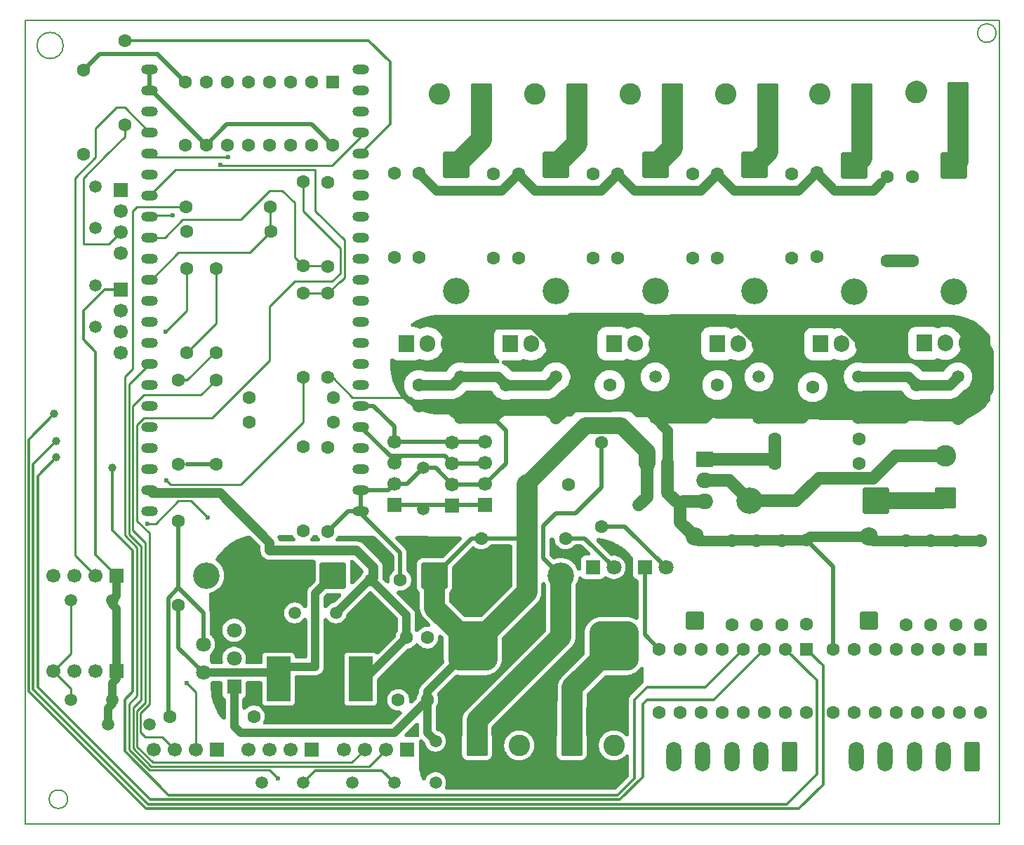
<source format=gtl>
G04 #@! TF.GenerationSoftware,KiCad,Pcbnew,9.0.7*
G04 #@! TF.CreationDate,2026-02-01T12:24:02+05:30*
G04 #@! TF.ProjectId,motherboard_sub,6d6f7468-6572-4626-9f61-72645f737562,rev?*
G04 #@! TF.SameCoordinates,Original*
G04 #@! TF.FileFunction,Copper,L1,Top*
G04 #@! TF.FilePolarity,Positive*
%FSLAX46Y46*%
G04 Gerber Fmt 4.6, Leading zero omitted, Abs format (unit mm)*
G04 Created by KiCad (PCBNEW 9.0.7) date 2026-02-01 12:24:02*
%MOMM*%
%LPD*%
G01*
G04 APERTURE LIST*
G04 Aperture macros list*
%AMRoundRect*
0 Rectangle with rounded corners*
0 $1 Rounding radius*
0 $2 $3 $4 $5 $6 $7 $8 $9 X,Y pos of 4 corners*
0 Add a 4 corners polygon primitive as box body*
4,1,4,$2,$3,$4,$5,$6,$7,$8,$9,$2,$3,0*
0 Add four circle primitives for the rounded corners*
1,1,$1+$1,$2,$3*
1,1,$1+$1,$4,$5*
1,1,$1+$1,$6,$7*
1,1,$1+$1,$8,$9*
0 Add four rect primitives between the rounded corners*
20,1,$1+$1,$2,$3,$4,$5,0*
20,1,$1+$1,$4,$5,$6,$7,0*
20,1,$1+$1,$6,$7,$8,$9,0*
20,1,$1+$1,$8,$9,$2,$3,0*%
G04 Aperture macros list end*
G04 #@! TA.AperFunction,NonConductor*
%ADD10C,0.200000*%
G04 #@! TD*
G04 #@! TA.AperFunction,Conductor*
%ADD11C,0.200000*%
G04 #@! TD*
G04 #@! TA.AperFunction,ComponentPad*
%ADD12C,1.600000*%
G04 #@! TD*
G04 #@! TA.AperFunction,ComponentPad*
%ADD13R,1.700000X1.700000*%
G04 #@! TD*
G04 #@! TA.AperFunction,ComponentPad*
%ADD14C,1.700000*%
G04 #@! TD*
G04 #@! TA.AperFunction,ComponentPad*
%ADD15C,1.500000*%
G04 #@! TD*
G04 #@! TA.AperFunction,ComponentPad*
%ADD16O,2.000000X1.200000*%
G04 #@! TD*
G04 #@! TA.AperFunction,ComponentPad*
%ADD17R,1.800000X1.800000*%
G04 #@! TD*
G04 #@! TA.AperFunction,ComponentPad*
%ADD18C,1.800000*%
G04 #@! TD*
G04 #@! TA.AperFunction,ComponentPad*
%ADD19RoundRect,0.250000X-0.550000X0.550000X-0.550000X-0.550000X0.550000X-0.550000X0.550000X0.550000X0*%
G04 #@! TD*
G04 #@! TA.AperFunction,SMDPad,CuDef*
%ADD20R,2.900000X5.400000*%
G04 #@! TD*
G04 #@! TA.AperFunction,ComponentPad*
%ADD21R,2.000000X1.905000*%
G04 #@! TD*
G04 #@! TA.AperFunction,ComponentPad*
%ADD22O,2.000000X1.905000*%
G04 #@! TD*
G04 #@! TA.AperFunction,ComponentPad*
%ADD23RoundRect,0.250000X1.050000X-1.050000X1.050000X1.050000X-1.050000X1.050000X-1.050000X-1.050000X0*%
G04 #@! TD*
G04 #@! TA.AperFunction,ComponentPad*
%ADD24C,2.600000*%
G04 #@! TD*
G04 #@! TA.AperFunction,ComponentPad*
%ADD25RoundRect,0.250000X1.350000X1.350000X-1.350000X1.350000X-1.350000X-1.350000X1.350000X-1.350000X0*%
G04 #@! TD*
G04 #@! TA.AperFunction,ComponentPad*
%ADD26C,3.200000*%
G04 #@! TD*
G04 #@! TA.AperFunction,ComponentPad*
%ADD27RoundRect,0.250000X1.050000X1.050000X-1.050000X1.050000X-1.050000X-1.050000X1.050000X-1.050000X0*%
G04 #@! TD*
G04 #@! TA.AperFunction,ComponentPad*
%ADD28RoundRect,0.250000X-1.350000X1.350000X-1.350000X-1.350000X1.350000X-1.350000X1.350000X1.350000X0*%
G04 #@! TD*
G04 #@! TA.AperFunction,ComponentPad*
%ADD29R,1.905000X2.000000*%
G04 #@! TD*
G04 #@! TA.AperFunction,ComponentPad*
%ADD30O,1.905000X2.000000*%
G04 #@! TD*
G04 #@! TA.AperFunction,ComponentPad*
%ADD31RoundRect,0.249999X0.850001X-0.850001X0.850001X0.850001X-0.850001X0.850001X-0.850001X-0.850001X0*%
G04 #@! TD*
G04 #@! TA.AperFunction,ComponentPad*
%ADD32C,2.200000*%
G04 #@! TD*
G04 #@! TA.AperFunction,ComponentPad*
%ADD33RoundRect,0.250000X-1.050000X-1.050000X1.050000X-1.050000X1.050000X1.050000X-1.050000X1.050000X0*%
G04 #@! TD*
G04 #@! TA.AperFunction,ComponentPad*
%ADD34RoundRect,0.250000X-1.350000X-1.350000X1.350000X-1.350000X1.350000X1.350000X-1.350000X1.350000X0*%
G04 #@! TD*
G04 #@! TA.AperFunction,ComponentPad*
%ADD35RoundRect,0.250000X0.650000X1.550000X-0.650000X1.550000X-0.650000X-1.550000X0.650000X-1.550000X0*%
G04 #@! TD*
G04 #@! TA.AperFunction,ComponentPad*
%ADD36O,1.800000X3.600000*%
G04 #@! TD*
G04 #@! TA.AperFunction,SMDPad,CuDef*
%ADD37RoundRect,1.500000X-1.500000X-1.500000X1.500000X-1.500000X1.500000X1.500000X-1.500000X1.500000X0*%
G04 #@! TD*
G04 #@! TA.AperFunction,ViaPad*
%ADD38C,0.600000*%
G04 #@! TD*
G04 #@! TA.AperFunction,ViaPad*
%ADD39C,1.000000*%
G04 #@! TD*
G04 #@! TA.AperFunction,Conductor*
%ADD40C,1.500000*%
G04 #@! TD*
G04 #@! TA.AperFunction,Conductor*
%ADD41C,1.200000*%
G04 #@! TD*
G04 #@! TA.AperFunction,Conductor*
%ADD42C,1.700000*%
G04 #@! TD*
G04 #@! TA.AperFunction,Conductor*
%ADD43C,0.350000*%
G04 #@! TD*
G04 #@! TA.AperFunction,Conductor*
%ADD44C,0.250000*%
G04 #@! TD*
G04 #@! TA.AperFunction,Conductor*
%ADD45C,0.500000*%
G04 #@! TD*
G04 #@! TA.AperFunction,Conductor*
%ADD46C,1.000000*%
G04 #@! TD*
G04 #@! TA.AperFunction,Conductor*
%ADD47C,2.000000*%
G04 #@! TD*
G04 #@! TA.AperFunction,Conductor*
%ADD48C,2.500000*%
G04 #@! TD*
G04 #@! TA.AperFunction,Conductor*
%ADD49C,1.300000*%
G04 #@! TD*
G04 APERTURE END LIST*
D10*
X26081139Y-65000000D02*
G75*
G02*
X22918861Y-65000000I-1581139J0D01*
G01*
X22918861Y-65000000D02*
G75*
G02*
X26081139Y-65000000I1581139J0D01*
G01*
X26618034Y-156000000D02*
G75*
G02*
X24381966Y-156000000I-1118034J0D01*
G01*
X24381966Y-156000000D02*
G75*
G02*
X26618034Y-156000000I1118034J0D01*
G01*
X138618034Y-63500000D02*
G75*
G02*
X136381966Y-63500000I-1118034J0D01*
G01*
X136381966Y-63500000D02*
G75*
G02*
X138618034Y-63500000I1118034J0D01*
G01*
D11*
X21500000Y-62000000D02*
X139000000Y-62000000D01*
X139000000Y-159000000D01*
X21500000Y-159000000D01*
X21500000Y-62000000D01*
D12*
X41000000Y-91920000D03*
X41000000Y-102080000D03*
D13*
X32500000Y-129000000D03*
D14*
X29960000Y-129000000D03*
X27420000Y-129000000D03*
X24880000Y-129000000D03*
D13*
X67540000Y-150000000D03*
D14*
X65000000Y-150000000D03*
X62460000Y-150000000D03*
X59920000Y-150000000D03*
D13*
X56080000Y-150000000D03*
D14*
X53540000Y-150000000D03*
X51000000Y-150000000D03*
X48460000Y-150000000D03*
D13*
X44580000Y-150000000D03*
D14*
X42040000Y-150000000D03*
X39500000Y-150000000D03*
X36960000Y-150000000D03*
D13*
X32500000Y-140500000D03*
D14*
X29960000Y-140500000D03*
X27420000Y-140500000D03*
X24880000Y-140500000D03*
D15*
X27000000Y-144000000D03*
X32000000Y-144000000D03*
X61000000Y-154000000D03*
X66000000Y-154000000D03*
D16*
X62000000Y-121210000D03*
X62000000Y-118670000D03*
X62000000Y-116130000D03*
X62000000Y-113590000D03*
X62000000Y-111050000D03*
X62000000Y-108510000D03*
X62000000Y-105970000D03*
X62000000Y-103430000D03*
X62000000Y-100890000D03*
X62000000Y-98350000D03*
X62000000Y-95790000D03*
X62000000Y-93250000D03*
X62000000Y-90710000D03*
X62000000Y-88170000D03*
X62000000Y-85630000D03*
X62000000Y-83090000D03*
X62000000Y-80550000D03*
X62000000Y-78010000D03*
X62000000Y-75470000D03*
X62000000Y-72930000D03*
X62000000Y-70390000D03*
X62000000Y-67850000D03*
X36500000Y-121210000D03*
X36500000Y-118670000D03*
X36500000Y-116130000D03*
X36500000Y-113590000D03*
X36500000Y-111050000D03*
X36500000Y-108510000D03*
X36500000Y-105970000D03*
X36500000Y-103430000D03*
X36500000Y-100890000D03*
X36500000Y-98350000D03*
X36500000Y-95790000D03*
X36500000Y-93250000D03*
X36500000Y-90710000D03*
X36500000Y-85630000D03*
X36500000Y-83090000D03*
X36500000Y-80550000D03*
X36500000Y-78010000D03*
X36500000Y-75470000D03*
X36500000Y-72930000D03*
X36500000Y-70390000D03*
X36500000Y-67850000D03*
X36500000Y-88170000D03*
D13*
X66000000Y-120500000D03*
D14*
X66000000Y-117960000D03*
X66000000Y-115420000D03*
X66000000Y-112880000D03*
D13*
X33000000Y-94460000D03*
D14*
X33000000Y-97000000D03*
X33000000Y-99540000D03*
X33000000Y-102080000D03*
D13*
X73000000Y-120540000D03*
D14*
X73000000Y-118000000D03*
X73000000Y-115460000D03*
X73000000Y-112920000D03*
D13*
X33000000Y-82460000D03*
D14*
X33000000Y-85000000D03*
X33000000Y-87540000D03*
X33000000Y-90080000D03*
D13*
X77000000Y-120500000D03*
D14*
X77000000Y-117960000D03*
X77000000Y-115420000D03*
X77000000Y-112880000D03*
D12*
X76500000Y-124500000D03*
X86660000Y-124500000D03*
D17*
X89960000Y-128000000D03*
D18*
X92500000Y-128000000D03*
D17*
X46700000Y-142400000D03*
D18*
X43000000Y-140700000D03*
X46700000Y-139000000D03*
X43000000Y-137300000D03*
X46700000Y-135600000D03*
D19*
X58580000Y-69380000D03*
D12*
X56040000Y-69380000D03*
X53500000Y-69380000D03*
X50960000Y-69380000D03*
X48420000Y-69380000D03*
X45880000Y-69380000D03*
X43340000Y-69380000D03*
X40800000Y-69380000D03*
X40800000Y-77000000D03*
X43340000Y-77000000D03*
X45880000Y-77000000D03*
X48420000Y-77000000D03*
X50960000Y-77000000D03*
X53500000Y-77000000D03*
X56040000Y-77000000D03*
X58580000Y-77000000D03*
X44500000Y-102080000D03*
X44500000Y-91920000D03*
X28500000Y-68000000D03*
X28500000Y-78160000D03*
X33500000Y-64420000D03*
X33500000Y-74580000D03*
D20*
X52050000Y-141500000D03*
X61950000Y-141500000D03*
D15*
X30000000Y-87040000D03*
X30000000Y-82040000D03*
D21*
X103500000Y-115000000D03*
D22*
X103500000Y-117540000D03*
X103500000Y-120080000D03*
D12*
X96500000Y-115500000D03*
X99000000Y-115500000D03*
D23*
X132500000Y-119580000D03*
D24*
X132500000Y-114500000D03*
D12*
X111920000Y-112500000D03*
X122080000Y-112500000D03*
X111920000Y-115500000D03*
X122080000Y-115500000D03*
D25*
X124120000Y-120000000D03*
D26*
X108880000Y-120000000D03*
D15*
X95500000Y-120500000D03*
X100500000Y-120500000D03*
D12*
X66000000Y-90580000D03*
X66000000Y-80420000D03*
D27*
X111045000Y-70832500D03*
D24*
X105965000Y-70832500D03*
D27*
X134010000Y-70665000D03*
D24*
X128930000Y-70665000D03*
D12*
X105000000Y-90660000D03*
X105000000Y-80500000D03*
D28*
X73500000Y-79380000D03*
D26*
X73500000Y-94620000D03*
D29*
X117460000Y-101000000D03*
D30*
X120000000Y-101000000D03*
X122540000Y-101000000D03*
D12*
X70000000Y-144000000D03*
X66500000Y-144000000D03*
X67500000Y-136500000D03*
X70000000Y-136500000D03*
D15*
X71000000Y-149000000D03*
X71000000Y-154000000D03*
D12*
X58000000Y-81500000D03*
X58000000Y-91660000D03*
D31*
X123240000Y-134460000D03*
D32*
X123240000Y-124300000D03*
D15*
X122000000Y-105000000D03*
X122000000Y-110000000D03*
D12*
X41000000Y-87420000D03*
X51160000Y-87420000D03*
D29*
X129960000Y-100950000D03*
D30*
X132500000Y-100950000D03*
X135040000Y-100950000D03*
D12*
X58000000Y-123660000D03*
X58000000Y-113500000D03*
D27*
X88045000Y-70832500D03*
D24*
X82965000Y-70832500D03*
D17*
X96225000Y-128000000D03*
D18*
X98765000Y-128000000D03*
D12*
X44500000Y-115580000D03*
X44500000Y-105420000D03*
X49080000Y-146000000D03*
X38920000Y-146000000D03*
X51080000Y-84500000D03*
X40920000Y-84500000D03*
D15*
X97500000Y-105000000D03*
X97500000Y-110000000D03*
X31500000Y-147000000D03*
X36500000Y-147000000D03*
D27*
X122465000Y-70832500D03*
D24*
X117385000Y-70832500D03*
D12*
X129000000Y-106000000D03*
X129000000Y-108500000D03*
D29*
X92500000Y-101000000D03*
D30*
X95040000Y-101000000D03*
X97580000Y-101000000D03*
D33*
X87420000Y-149500000D03*
D24*
X92500000Y-149500000D03*
D19*
X115780000Y-137880000D03*
D12*
X113240000Y-137880000D03*
X110700000Y-137880000D03*
X108160000Y-137880000D03*
X105620000Y-137880000D03*
X103080000Y-137880000D03*
X100540000Y-137880000D03*
X98000000Y-137880000D03*
X98000000Y-145500000D03*
X100540000Y-145500000D03*
X103080000Y-145500000D03*
X105620000Y-145500000D03*
X108160000Y-145500000D03*
X110700000Y-145500000D03*
X113240000Y-145500000D03*
X115780000Y-145500000D03*
X55000000Y-94920000D03*
X55000000Y-105080000D03*
X133740000Y-134960000D03*
X133740000Y-124800000D03*
X55000000Y-113420000D03*
X55000000Y-123580000D03*
D15*
X134000000Y-105000000D03*
X134000000Y-110000000D03*
D27*
X76545000Y-70832500D03*
D24*
X71465000Y-70832500D03*
D12*
X58000000Y-105080000D03*
X58000000Y-94920000D03*
X116500000Y-106250000D03*
X116500000Y-108750000D03*
X81000000Y-90660000D03*
X81000000Y-80500000D03*
X69000000Y-90580000D03*
X69000000Y-80420000D03*
X40000000Y-132580000D03*
X40000000Y-122420000D03*
D33*
X76000000Y-149500000D03*
D24*
X81080000Y-149500000D03*
D12*
X91000000Y-112920000D03*
X91000000Y-123080000D03*
X48500000Y-107500000D03*
X58660000Y-107500000D03*
D34*
X70880000Y-129000000D03*
D26*
X86120000Y-129000000D03*
D28*
X109500000Y-79380000D03*
D26*
X109500000Y-94620000D03*
D12*
X115740000Y-134880000D03*
X115740000Y-124720000D03*
X48500000Y-110500000D03*
X58660000Y-110500000D03*
X105000000Y-106000000D03*
X105000000Y-108500000D03*
D35*
X113740000Y-150880000D03*
D36*
X110240000Y-150880000D03*
X106740000Y-150880000D03*
X103240000Y-150880000D03*
X99740000Y-150880000D03*
D12*
X106740000Y-134960000D03*
X106740000Y-124800000D03*
D28*
X97500000Y-79380000D03*
D26*
X97500000Y-94620000D03*
D35*
X135740000Y-150880000D03*
D36*
X132240000Y-150880000D03*
X128740000Y-150880000D03*
X125240000Y-150880000D03*
X121740000Y-150880000D03*
D12*
X117000000Y-90500000D03*
X117000000Y-80340000D03*
D28*
X85500000Y-79380000D03*
D26*
X85500000Y-94620000D03*
D12*
X63250000Y-129500000D03*
X66750000Y-129500000D03*
X55000000Y-91580000D03*
X55000000Y-81420000D03*
X78000000Y-90660000D03*
X78000000Y-80500000D03*
X128500000Y-91000000D03*
X128500000Y-80840000D03*
D15*
X110000000Y-105000000D03*
X110000000Y-110000000D03*
X55000000Y-154000000D03*
X50000000Y-154000000D03*
X69500000Y-121000000D03*
X69500000Y-116000000D03*
D12*
X127740000Y-134960000D03*
X127740000Y-124800000D03*
D25*
X58620000Y-129000000D03*
D26*
X43380000Y-129000000D03*
D12*
X92000000Y-106000000D03*
X92000000Y-108500000D03*
D31*
X102240000Y-134460000D03*
D32*
X102240000Y-124300000D03*
D15*
X59000000Y-133500000D03*
X54000000Y-133500000D03*
D29*
X105000000Y-101000000D03*
D30*
X107540000Y-101000000D03*
X110080000Y-101000000D03*
D12*
X79500000Y-106000000D03*
X79500000Y-108500000D03*
X114000000Y-90660000D03*
X114000000Y-80500000D03*
X136740000Y-134960000D03*
X136740000Y-124800000D03*
D37*
X75500000Y-137500000D03*
X92500000Y-137500000D03*
D29*
X67460000Y-101000000D03*
D30*
X70000000Y-101000000D03*
X72540000Y-101000000D03*
D12*
X112740000Y-134960000D03*
X112740000Y-124800000D03*
D15*
X85500000Y-105000000D03*
X85500000Y-110000000D03*
X32000000Y-132000000D03*
X27000000Y-132000000D03*
D12*
X109740000Y-134960000D03*
X109740000Y-124800000D03*
D27*
X99545000Y-70832500D03*
D24*
X94465000Y-70832500D03*
D15*
X30000000Y-94000000D03*
X30000000Y-99000000D03*
D12*
X130725000Y-134960000D03*
X130725000Y-124800000D03*
X82000000Y-118000000D03*
X87000000Y-118000000D03*
X90000000Y-90660000D03*
X90000000Y-80500000D03*
D28*
X121500000Y-79500000D03*
D26*
X121500000Y-94740000D03*
D29*
X80000000Y-101000000D03*
D30*
X82540000Y-101000000D03*
X85080000Y-101000000D03*
D12*
X69000000Y-106000000D03*
X69000000Y-108500000D03*
D15*
X74000000Y-105000000D03*
X74000000Y-110000000D03*
D28*
X133500000Y-79500000D03*
D26*
X133500000Y-94740000D03*
D12*
X102000000Y-90660000D03*
X102000000Y-80500000D03*
X93000000Y-90660000D03*
X93000000Y-80500000D03*
X125500000Y-91000000D03*
X125500000Y-80840000D03*
D19*
X136740000Y-137880000D03*
D12*
X134200000Y-137880000D03*
X131660000Y-137880000D03*
X129120000Y-137880000D03*
X126580000Y-137880000D03*
X124040000Y-137880000D03*
X121500000Y-137880000D03*
X118960000Y-137880000D03*
X118960000Y-145500000D03*
X121500000Y-145500000D03*
X124040000Y-145500000D03*
X126580000Y-145500000D03*
X129120000Y-145500000D03*
X131660000Y-145500000D03*
X134200000Y-145500000D03*
X136740000Y-145500000D03*
X40000000Y-105420000D03*
X40000000Y-115580000D03*
D38*
X43500000Y-122000000D03*
X46000000Y-78500000D03*
X38460000Y-99540000D03*
D39*
X25000000Y-109500000D03*
X25250000Y-112750000D03*
X25250000Y-114750000D03*
X32000000Y-116000000D03*
D38*
X38500000Y-117500000D03*
X36250000Y-122750000D03*
X39250000Y-85500000D03*
X41000000Y-142000000D03*
X45000000Y-79375000D03*
X52000000Y-153500000D03*
D40*
X100500000Y-122560000D02*
X102240000Y-124300000D01*
X100500000Y-120500000D02*
X100500000Y-122560000D01*
D41*
X123840000Y-82500000D02*
X124700001Y-81639999D01*
X119160000Y-82500000D02*
X123840000Y-82500000D01*
X117000000Y-80340000D02*
X119160000Y-82500000D01*
X107000000Y-82500000D02*
X114840000Y-82500000D01*
X114840000Y-82500000D02*
X117000000Y-80340000D01*
X105000000Y-80500000D02*
X107000000Y-82500000D01*
X103000000Y-82500000D02*
X105000000Y-80500000D01*
X95000000Y-82500000D02*
X103000000Y-82500000D01*
X93000000Y-80500000D02*
X95000000Y-82500000D01*
X79000000Y-82500000D02*
X81000000Y-80500000D01*
X71080000Y-82500000D02*
X79000000Y-82500000D01*
X69000000Y-80420000D02*
X71080000Y-82500000D01*
X81000000Y-80500000D02*
X83000000Y-82500000D01*
X83000000Y-82500000D02*
X91000000Y-82500000D01*
X91000000Y-82500000D02*
X93000000Y-80500000D01*
D42*
X137500000Y-106500000D02*
X134000000Y-110000000D01*
X137500000Y-102000000D02*
X137500000Y-106500000D01*
X136450000Y-100950000D02*
X137500000Y-102000000D01*
X135040000Y-100950000D02*
X136450000Y-100950000D01*
D43*
X65500000Y-67000000D02*
X65500000Y-74510000D01*
X65500000Y-74510000D02*
X62000000Y-78010000D01*
X62920000Y-64420000D02*
X65500000Y-67000000D01*
X33500000Y-64420000D02*
X62920000Y-64420000D01*
D44*
X33500000Y-76000000D02*
X31340000Y-78160000D01*
X33500000Y-74580000D02*
X33500000Y-76000000D01*
X30000000Y-78500000D02*
X27500000Y-81000000D01*
X30000000Y-75000000D02*
X30000000Y-78500000D01*
X27500000Y-126540000D02*
X29960000Y-129000000D01*
X33530000Y-72500000D02*
X32500000Y-72500000D01*
X36500000Y-75470000D02*
X33530000Y-72500000D01*
X32500000Y-72500000D02*
X30000000Y-75000000D01*
X27500000Y-81000000D02*
X27500000Y-126540000D01*
D45*
X37500000Y-66080000D02*
X37500000Y-66000000D01*
X30500000Y-66000000D02*
X28500000Y-68000000D01*
X40800000Y-69380000D02*
X37500000Y-66080000D01*
X37500000Y-66000000D02*
X30500000Y-66000000D01*
D44*
X55000000Y-94920000D02*
X58000000Y-94920000D01*
X31540000Y-89000000D02*
X33000000Y-87540000D01*
X28500000Y-89000000D02*
X31540000Y-89000000D01*
X28500000Y-81000000D02*
X28500000Y-89000000D01*
X31340000Y-78160000D02*
X28500000Y-81000000D01*
D43*
X31040000Y-94460000D02*
X33000000Y-94460000D01*
X28500000Y-100500000D02*
X28500000Y-97000000D01*
X30000000Y-126500000D02*
X30000000Y-102000000D01*
X30000000Y-102000000D02*
X28500000Y-100500000D01*
X32500000Y-129000000D02*
X30000000Y-126500000D01*
X28500000Y-97000000D02*
X31040000Y-94460000D01*
X117784000Y-154216000D02*
X117784000Y-139884000D01*
X114847000Y-157153000D02*
X117784000Y-154216000D01*
X36094536Y-157153000D02*
X114847000Y-157153000D01*
X21898000Y-142956464D02*
X36094536Y-157153000D01*
X117784000Y-139884000D02*
X115780000Y-137880000D01*
X25000000Y-109500000D02*
X21898000Y-112602000D01*
X21898000Y-112602000D02*
X21898000Y-142956464D01*
X23000000Y-117000000D02*
X25250000Y-114750000D01*
X117000000Y-153000000D02*
X117000000Y-141640000D01*
X113398000Y-156602000D02*
X117000000Y-153000000D01*
X36322768Y-156602000D02*
X113398000Y-156602000D01*
X22449000Y-142728232D02*
X36322768Y-156602000D01*
X117000000Y-141640000D02*
X113240000Y-137880000D01*
X25250000Y-112750000D02*
X22449000Y-115551000D01*
X22449000Y-115551000D02*
X22449000Y-142728232D01*
X40000000Y-105420000D02*
X41000000Y-105420000D01*
D41*
X45000000Y-119000000D02*
X36830000Y-119000000D01*
X51000000Y-125000000D02*
X45000000Y-119000000D01*
X51000000Y-126000000D02*
X51000000Y-125000000D01*
X36830000Y-119000000D02*
X36500000Y-118670000D01*
X61500000Y-126000000D02*
X51000000Y-126000000D01*
X63500000Y-128000000D02*
X61500000Y-126000000D01*
X63500000Y-129250000D02*
X63500000Y-128000000D01*
X63250000Y-129500000D02*
X63500000Y-129250000D01*
D44*
X43500000Y-122000000D02*
X41500000Y-120000000D01*
D45*
X118960000Y-127940000D02*
X118960000Y-137880000D01*
X115740000Y-124720000D02*
X118960000Y-127940000D01*
X96225000Y-136105000D02*
X98000000Y-137880000D01*
X96225000Y-128000000D02*
X96225000Y-136105000D01*
D44*
X68000000Y-107500000D02*
X69000000Y-108500000D01*
X58580000Y-105080000D02*
X61000000Y-107500000D01*
X58000000Y-105080000D02*
X58580000Y-105080000D01*
X61000000Y-107500000D02*
X68000000Y-107500000D01*
X51080000Y-84500000D02*
X51080000Y-87340000D01*
X51080000Y-87340000D02*
X51160000Y-87420000D01*
X40000000Y-90000000D02*
X36750000Y-93250000D01*
X36750000Y-93250000D02*
X36500000Y-93250000D01*
X51160000Y-87420000D02*
X48580000Y-90000000D01*
X48580000Y-90000000D02*
X40000000Y-90000000D01*
X57920000Y-91580000D02*
X58000000Y-91660000D01*
X55000000Y-91580000D02*
X57920000Y-91580000D01*
X54000000Y-90580000D02*
X55000000Y-91580000D01*
X51000000Y-82500000D02*
X52500000Y-82500000D01*
X47500000Y-86000000D02*
X51000000Y-82500000D01*
X52500000Y-82500000D02*
X54000000Y-84000000D01*
X40500000Y-86000000D02*
X47500000Y-86000000D01*
X54000000Y-84000000D02*
X54000000Y-90580000D01*
X38000000Y-148500000D02*
X39500000Y-150000000D01*
X35424000Y-147924000D02*
X36000000Y-148500000D01*
X36000000Y-148500000D02*
X38000000Y-148500000D01*
X35424000Y-145576000D02*
X35424000Y-147924000D01*
X36500000Y-144500000D02*
X35424000Y-145576000D01*
X36500000Y-123885298D02*
X36500000Y-144500000D01*
X35000000Y-122385298D02*
X36500000Y-123885298D01*
X35000000Y-110840438D02*
X35000000Y-122385298D01*
X35840438Y-110000000D02*
X35000000Y-110840438D01*
X44000000Y-110000000D02*
X35840438Y-110000000D01*
X51000000Y-103000000D02*
X44000000Y-110000000D01*
X51000000Y-96500000D02*
X51000000Y-103000000D01*
X54000000Y-93500000D02*
X51000000Y-96500000D01*
X58500000Y-93500000D02*
X54000000Y-93500000D01*
X59500000Y-92500000D02*
X58500000Y-93500000D01*
X59500000Y-89500000D02*
X59500000Y-92500000D01*
X55000000Y-85000000D02*
X59500000Y-89500000D01*
X55000000Y-81420000D02*
X55000000Y-85000000D01*
X59580000Y-93420000D02*
X59500000Y-93420000D01*
X56500000Y-80000000D02*
X56500000Y-85000000D01*
X59500000Y-93420000D02*
X58000000Y-94920000D01*
X39590000Y-80000000D02*
X56500000Y-80000000D01*
X56500000Y-85000000D02*
X60000000Y-88500000D01*
X60000000Y-93000000D02*
X59580000Y-93420000D01*
X36500000Y-83090000D02*
X39590000Y-80000000D01*
X60000000Y-88500000D02*
X60000000Y-93000000D01*
X38330000Y-88170000D02*
X40500000Y-86000000D01*
X36500000Y-88170000D02*
X38330000Y-88170000D01*
X36630000Y-85500000D02*
X36500000Y-85630000D01*
X39250000Y-85500000D02*
X36630000Y-85500000D01*
D45*
X41000000Y-115580000D02*
X44500000Y-115580000D01*
X66750000Y-126250000D02*
X66750000Y-129500000D01*
X62000000Y-121500000D02*
X66750000Y-126250000D01*
X62000000Y-121210000D02*
X62000000Y-121500000D01*
D44*
X36990000Y-78500000D02*
X36500000Y-78010000D01*
X46000000Y-78500000D02*
X36990000Y-78500000D01*
X45000000Y-79375000D02*
X45125000Y-79500000D01*
X45125000Y-79500000D02*
X58500000Y-79500000D01*
X62000000Y-76000000D02*
X62000000Y-75470000D01*
X58500000Y-79500000D02*
X62000000Y-76000000D01*
X44340000Y-102080000D02*
X44500000Y-102080000D01*
X41000000Y-105420000D02*
X44340000Y-102080000D01*
X44500000Y-98580000D02*
X44500000Y-91920000D01*
X41000000Y-102080000D02*
X44500000Y-98580000D01*
X41000000Y-97000000D02*
X41000000Y-91920000D01*
X38460000Y-99540000D02*
X41000000Y-97000000D01*
D43*
X23000000Y-142500000D02*
X23000000Y-117000000D01*
X36551000Y-156051000D02*
X23000000Y-142500000D01*
X80000000Y-156051000D02*
X36551000Y-156051000D01*
X96000000Y-153279232D02*
X93228232Y-156051000D01*
X96000000Y-144500000D02*
X96000000Y-153279232D01*
X104580000Y-144000000D02*
X97500000Y-144000000D01*
X93228232Y-156051000D02*
X80000000Y-156051000D01*
X97500000Y-144000000D02*
X96500000Y-144000000D01*
X110700000Y-137880000D02*
X104580000Y-144000000D01*
X96500000Y-144000000D02*
X96000000Y-144500000D01*
X32000000Y-123500000D02*
X32000000Y-116000000D01*
X34500000Y-126000000D02*
X32000000Y-123500000D01*
X34500000Y-143000000D02*
X34500000Y-126000000D01*
X33499000Y-144001000D02*
X34500000Y-143000000D01*
X33499000Y-150186256D02*
X33499000Y-144001000D01*
X95000000Y-153500000D02*
X93000000Y-155500000D01*
X38812744Y-155500000D02*
X33499000Y-150186256D01*
X95000000Y-145500000D02*
X95000000Y-153500000D01*
X95000000Y-144000000D02*
X95000000Y-145500000D01*
X96500000Y-142500000D02*
X95000000Y-144000000D01*
X93000000Y-155500000D02*
X38812744Y-155500000D01*
X108160000Y-137880000D02*
X103540000Y-142500000D01*
X103540000Y-142500000D02*
X96500000Y-142500000D01*
D44*
X47500000Y-118000000D02*
X39000000Y-118000000D01*
X39000000Y-118000000D02*
X38500000Y-117500000D01*
X55000000Y-110500000D02*
X47500000Y-118000000D01*
X55000000Y-105080000D02*
X55000000Y-110500000D01*
X37250000Y-122750000D02*
X36250000Y-122750000D01*
X40000000Y-120000000D02*
X37250000Y-122750000D01*
X41500000Y-120000000D02*
X40000000Y-120000000D01*
X34000000Y-105930000D02*
X36500000Y-103430000D01*
X35500000Y-125500000D02*
X34000000Y-124000000D01*
X35500000Y-144000000D02*
X35500000Y-125500000D01*
X34522000Y-149862926D02*
X34522000Y-144978000D01*
X62972000Y-152028000D02*
X36687074Y-152028000D01*
X36687074Y-152028000D02*
X34522000Y-149862926D01*
X65000000Y-150000000D02*
X62972000Y-152028000D01*
X34522000Y-144978000D02*
X35500000Y-144000000D01*
X34000000Y-124000000D02*
X34000000Y-105930000D01*
X35790000Y-107210000D02*
X42710000Y-107210000D01*
X34500000Y-108500000D02*
X35790000Y-107210000D01*
X36000000Y-125000000D02*
X34500000Y-123500000D01*
X42710000Y-107210000D02*
X44500000Y-105420000D01*
X36000000Y-144362190D02*
X36000000Y-125000000D01*
X34500000Y-123500000D02*
X34500000Y-108500000D01*
X34973000Y-145389190D02*
X36000000Y-144362190D01*
X36873884Y-151577000D02*
X34973000Y-149676116D01*
X60883000Y-151577000D02*
X36873884Y-151577000D01*
X62460000Y-150000000D02*
X60883000Y-151577000D01*
X34973000Y-149676116D02*
X34973000Y-145389190D01*
X27000000Y-132000000D02*
X27000000Y-138380000D01*
X27000000Y-138380000D02*
X24880000Y-140500000D01*
X27000000Y-142620000D02*
X27000000Y-144000000D01*
X24880000Y-140500000D02*
X27000000Y-142620000D01*
D46*
X31500000Y-145000000D02*
X31500000Y-147000000D01*
X32000000Y-144500000D02*
X31500000Y-145000000D01*
D43*
X64529000Y-152529000D02*
X66000000Y-154000000D01*
X55000000Y-154000000D02*
X56471000Y-152529000D01*
X56471000Y-152529000D02*
X64529000Y-152529000D01*
D46*
X32000000Y-142000000D02*
X32000000Y-144000000D01*
X32500000Y-141500000D02*
X32000000Y-142000000D01*
X32500000Y-140500000D02*
X32500000Y-141500000D01*
X32000000Y-132500000D02*
X32500000Y-133000000D01*
X32500000Y-133000000D02*
X32500000Y-140500000D01*
D43*
X32000000Y-132000000D02*
X32000000Y-132500000D01*
D46*
X32500000Y-129000000D02*
X32500000Y-131500000D01*
X32500000Y-131500000D02*
X32000000Y-132000000D01*
D44*
X42040000Y-143040000D02*
X41000000Y-142000000D01*
X42040000Y-150000000D02*
X42040000Y-143040000D01*
X42040000Y-150460000D02*
X42000000Y-150500000D01*
X42040000Y-150000000D02*
X42040000Y-150460000D01*
D45*
X56080000Y-74500000D02*
X58580000Y-77000000D01*
X43340000Y-77000000D02*
X45840000Y-74500000D01*
X45840000Y-74500000D02*
X56080000Y-74500000D01*
X36730000Y-70390000D02*
X43340000Y-77000000D01*
X36500000Y-70390000D02*
X36730000Y-70390000D01*
X36500000Y-67850000D02*
X36500000Y-70390000D01*
X43000000Y-137300000D02*
X43000000Y-133500000D01*
X43000000Y-133500000D02*
X40000000Y-130500000D01*
X40000000Y-130500000D02*
X40000000Y-122420000D01*
X38749000Y-131751000D02*
X40000000Y-130500000D01*
X38749000Y-145829000D02*
X38749000Y-131751000D01*
X38920000Y-146000000D02*
X38749000Y-145829000D01*
D40*
X87000000Y-108500000D02*
X92000000Y-108500000D01*
X85500000Y-110000000D02*
X87000000Y-108500000D01*
D47*
X89081000Y-110919000D02*
X82000000Y-118000000D01*
X93419000Y-110919000D02*
X89081000Y-110919000D01*
X96500000Y-114000000D02*
X93419000Y-110919000D01*
X96500000Y-115500000D02*
X96500000Y-114000000D01*
D40*
X125500000Y-91000000D02*
X128500000Y-91000000D01*
X87500000Y-98000000D02*
X95660000Y-98000000D01*
X85080000Y-100420000D02*
X87500000Y-98000000D01*
X95660000Y-98000000D02*
X97580000Y-99920000D01*
X85080000Y-101000000D02*
X85080000Y-100420000D01*
X82779456Y-98500000D02*
X85080000Y-100800544D01*
X75000000Y-98500000D02*
X82779456Y-98500000D01*
X72540000Y-100960000D02*
X75000000Y-98500000D01*
X85080000Y-100800544D02*
X85080000Y-101000000D01*
X72540000Y-101000000D02*
X72540000Y-100960000D01*
D41*
X97580000Y-99920000D02*
X97580000Y-101000000D01*
X99500000Y-98000000D02*
X97580000Y-99920000D01*
X107080000Y-98000000D02*
X99500000Y-98000000D01*
X110080000Y-101000000D02*
X107080000Y-98000000D01*
X110080000Y-100420000D02*
X110080000Y-101000000D01*
X112000000Y-98500000D02*
X110080000Y-100420000D01*
X120040000Y-98500000D02*
X122540000Y-101000000D01*
X112000000Y-98500000D02*
X120040000Y-98500000D01*
D45*
X60450000Y-121210000D02*
X58000000Y-123660000D01*
X62000000Y-121210000D02*
X60450000Y-121210000D01*
X62000000Y-118670000D02*
X62000000Y-121210000D01*
X65290000Y-118670000D02*
X66000000Y-117960000D01*
X62000000Y-118670000D02*
X65290000Y-118670000D01*
X65520000Y-114570000D02*
X66850000Y-114570000D01*
X62000000Y-111050000D02*
X65520000Y-114570000D01*
X66000000Y-111000000D02*
X66000000Y-112880000D01*
X63510000Y-108510000D02*
X66000000Y-111000000D01*
X62000000Y-108510000D02*
X63510000Y-108510000D01*
X79500000Y-111500000D02*
X78000000Y-110000000D01*
X79500000Y-115460000D02*
X79500000Y-111500000D01*
X77000000Y-117960000D02*
X79500000Y-115460000D01*
X66000000Y-120500000D02*
X77000000Y-120500000D01*
X73000000Y-118000000D02*
X76960000Y-118000000D01*
X76960000Y-118000000D02*
X77000000Y-117960000D01*
X71000000Y-116000000D02*
X73000000Y-118000000D01*
X69500000Y-116000000D02*
X71000000Y-116000000D01*
X67540000Y-117960000D02*
X69500000Y-116000000D01*
X66000000Y-117960000D02*
X67540000Y-117960000D01*
X76960000Y-115460000D02*
X77000000Y-115420000D01*
X73000000Y-115460000D02*
X76960000Y-115460000D01*
X72110000Y-114570000D02*
X73000000Y-115460000D01*
X66850000Y-114570000D02*
X72110000Y-114570000D01*
X66000000Y-115420000D02*
X66850000Y-114570000D01*
X66000000Y-112880000D02*
X77000000Y-112880000D01*
X93845000Y-123080000D02*
X98765000Y-128000000D01*
X91000000Y-123080000D02*
X93845000Y-123080000D01*
X84000000Y-126880000D02*
X86120000Y-129000000D01*
X84000000Y-123000000D02*
X84000000Y-126880000D01*
X87890818Y-121500000D02*
X85500000Y-121500000D01*
X91000000Y-118390818D02*
X87890818Y-121500000D01*
X85500000Y-121500000D02*
X84000000Y-123000000D01*
X91000000Y-112920000D02*
X91000000Y-118390818D01*
X40000000Y-137700000D02*
X43000000Y-140700000D01*
X40000000Y-132580000D02*
X40000000Y-137700000D01*
D46*
X51250000Y-140700000D02*
X43000000Y-140700000D01*
X52050000Y-141500000D02*
X51250000Y-140700000D01*
X70000000Y-148000000D02*
X71000000Y-149000000D01*
X70000000Y-144000000D02*
X70000000Y-148000000D01*
X66000000Y-148000000D02*
X70000000Y-144000000D01*
X47500000Y-148000000D02*
X66000000Y-148000000D01*
X46700000Y-147200000D02*
X47500000Y-148000000D01*
X46700000Y-142400000D02*
X46700000Y-147200000D01*
X56500000Y-131120000D02*
X58620000Y-129000000D01*
X52250000Y-140000000D02*
X56500000Y-140000000D01*
X52050000Y-140200000D02*
X52250000Y-140000000D01*
X52050000Y-141500000D02*
X52050000Y-140200000D01*
X56500000Y-140000000D02*
X56500000Y-131120000D01*
X63000000Y-129500000D02*
X59000000Y-133500000D01*
X63250000Y-129500000D02*
X63000000Y-129500000D01*
X67500000Y-133750000D02*
X63250000Y-129500000D01*
X67500000Y-136500000D02*
X67500000Y-133750000D01*
X62500000Y-141500000D02*
X67500000Y-136500000D01*
X61950000Y-141500000D02*
X62500000Y-141500000D01*
X70000000Y-143000000D02*
X75500000Y-137500000D01*
X70000000Y-144000000D02*
X70000000Y-143000000D01*
D45*
X89000000Y-124500000D02*
X92500000Y-128000000D01*
X86660000Y-124500000D02*
X89000000Y-124500000D01*
X76500000Y-124500000D02*
X82000000Y-124500000D01*
D48*
X82000000Y-124500000D02*
X82000000Y-131000000D01*
D45*
X75380000Y-124500000D02*
X70880000Y-129000000D01*
X76500000Y-124500000D02*
X75380000Y-124500000D01*
D48*
X70880000Y-132880000D02*
X75500000Y-137500000D01*
X70880000Y-129000000D02*
X70880000Y-132880000D01*
X82000000Y-131000000D02*
X75500000Y-137500000D01*
X82000000Y-118000000D02*
X82000000Y-124500000D01*
X86120000Y-136380000D02*
X86120000Y-129000000D01*
X76000000Y-146500000D02*
X86120000Y-136380000D01*
X76000000Y-149500000D02*
X76000000Y-146500000D01*
X87420000Y-144580000D02*
X87420000Y-149500000D01*
X87500000Y-144500000D02*
X87420000Y-144580000D01*
X87500000Y-142500000D02*
X87500000Y-144500000D01*
X92500000Y-137500000D02*
X87500000Y-142500000D01*
D40*
X103500000Y-120080000D02*
X100920000Y-120080000D01*
X100920000Y-120080000D02*
X100500000Y-120500000D01*
X126500000Y-114500000D02*
X132500000Y-114500000D01*
X117249000Y-117251000D02*
X123749000Y-117251000D01*
X108880000Y-120000000D02*
X114500000Y-120000000D01*
X114500000Y-120000000D02*
X117249000Y-117251000D01*
X123749000Y-117251000D02*
X126500000Y-114500000D01*
X111920000Y-112500000D02*
X111920000Y-115500000D01*
X106420000Y-117540000D02*
X108880000Y-120000000D01*
X103500000Y-117540000D02*
X106420000Y-117540000D01*
X111420000Y-115000000D02*
X111920000Y-115500000D01*
X103500000Y-115000000D02*
X111420000Y-115000000D01*
D49*
X99000000Y-111500000D02*
X99000000Y-115500000D01*
X97500000Y-110000000D02*
X99000000Y-111500000D01*
D40*
X99000000Y-119000000D02*
X100500000Y-120500000D01*
X99000000Y-115500000D02*
X99000000Y-119000000D01*
X96500000Y-119500000D02*
X95500000Y-120500000D01*
X96500000Y-115500000D02*
X96500000Y-119500000D01*
D47*
X132080000Y-120000000D02*
X132500000Y-119580000D01*
X124120000Y-120000000D02*
X132080000Y-120000000D01*
D49*
X116500000Y-108750000D02*
X120750000Y-108750000D01*
X129000000Y-108500000D02*
X132500000Y-108500000D01*
X123740000Y-124800000D02*
X123240000Y-124300000D01*
X115740000Y-124720000D02*
X106820000Y-124720000D01*
X74000000Y-110000000D02*
X78000000Y-110000000D01*
X110000000Y-110000000D02*
X115250000Y-110000000D01*
X69000000Y-108500000D02*
X72500000Y-108500000D01*
X84000000Y-108500000D02*
X85500000Y-110000000D01*
X120750000Y-108750000D02*
X122000000Y-110000000D01*
X122000000Y-110000000D02*
X127500000Y-110000000D01*
X105000000Y-108500000D02*
X108500000Y-108500000D01*
X103500000Y-110000000D02*
X105000000Y-108500000D01*
X79500000Y-108500000D02*
X84000000Y-108500000D01*
X78000000Y-110000000D02*
X79500000Y-108500000D01*
X106740000Y-124800000D02*
X102740000Y-124800000D01*
X92000000Y-108500000D02*
X96000000Y-108500000D01*
X96000000Y-108500000D02*
X97500000Y-110000000D01*
X106820000Y-124720000D02*
X106740000Y-124800000D01*
D11*
X124700001Y-81639999D02*
X125500000Y-80840000D01*
D49*
X136740000Y-124800000D02*
X127740000Y-124800000D01*
X102740000Y-124800000D02*
X102240000Y-124300000D01*
X116160000Y-124300000D02*
X115740000Y-124720000D01*
X97500000Y-110000000D02*
X103500000Y-110000000D01*
X127500000Y-110000000D02*
X129000000Y-108500000D01*
X115250000Y-110000000D02*
X116500000Y-108750000D01*
X123240000Y-124300000D02*
X116160000Y-124300000D01*
X72500000Y-108500000D02*
X74000000Y-110000000D01*
X108500000Y-108500000D02*
X110000000Y-110000000D01*
X127740000Y-124800000D02*
X123740000Y-124800000D01*
X132500000Y-108500000D02*
X134000000Y-110000000D01*
X122000000Y-105000000D02*
X128000000Y-105000000D01*
D48*
X88045000Y-70832500D02*
X88045000Y-76835000D01*
X76545000Y-70832500D02*
X76545000Y-76335000D01*
D49*
X69000000Y-106000000D02*
X73000000Y-106000000D01*
X79500000Y-106000000D02*
X84500000Y-106000000D01*
D48*
X99545000Y-77335000D02*
X97500000Y-79380000D01*
X99545000Y-70832500D02*
X99545000Y-77335000D01*
D49*
X128000000Y-105000000D02*
X129000000Y-106000000D01*
X133000000Y-106000000D02*
X134000000Y-105000000D01*
X78500000Y-105000000D02*
X79500000Y-106000000D01*
D48*
X88045000Y-76835000D02*
X85500000Y-79380000D01*
X134010000Y-78990000D02*
X133500000Y-79500000D01*
X111045000Y-77835000D02*
X109500000Y-79380000D01*
X122465000Y-78535000D02*
X121500000Y-79500000D01*
D49*
X73000000Y-106000000D02*
X74000000Y-105000000D01*
X84500000Y-106000000D02*
X85500000Y-105000000D01*
D48*
X134010000Y-70665000D02*
X134010000Y-78990000D01*
X76545000Y-76335000D02*
X73500000Y-79380000D01*
X122465000Y-70832500D02*
X122465000Y-78535000D01*
D49*
X74000000Y-105000000D02*
X78500000Y-105000000D01*
X129000000Y-106000000D02*
X133000000Y-106000000D01*
D48*
X111045000Y-70832500D02*
X111045000Y-77835000D01*
X128930000Y-70665000D02*
X128930000Y-70570000D01*
X128930000Y-70570000D02*
X129000000Y-70500000D01*
D44*
X35000000Y-84500000D02*
X40920000Y-84500000D01*
X34500000Y-85000000D02*
X35000000Y-84500000D01*
X34500000Y-104000000D02*
X34500000Y-85000000D01*
X33500000Y-105000000D02*
X34500000Y-104000000D01*
X35000000Y-125637810D02*
X33500000Y-124137810D01*
X35000000Y-143500000D02*
X35000000Y-125637810D01*
X34000000Y-149978736D02*
X34000000Y-144500000D01*
X36521264Y-152500000D02*
X34000000Y-149978736D01*
X34000000Y-144500000D02*
X35000000Y-143500000D01*
X51000000Y-152500000D02*
X36521264Y-152500000D01*
X52000000Y-153500000D02*
X51000000Y-152500000D01*
X33500000Y-124137810D02*
X33500000Y-105000000D01*
G04 #@! TA.AperFunction,Conductor*
G36*
X133005149Y-97500212D02*
G01*
X133485185Y-97520067D01*
X133505685Y-97521765D01*
X133977349Y-97580558D01*
X133997639Y-97583943D01*
X134462855Y-97681489D01*
X134482777Y-97686534D01*
X134938331Y-97822159D01*
X134957790Y-97828840D01*
X135400578Y-98001616D01*
X135419425Y-98009883D01*
X135846434Y-98218635D01*
X135864517Y-98228420D01*
X136272865Y-98471743D01*
X136290059Y-98482977D01*
X136676892Y-98759171D01*
X136693123Y-98771803D01*
X137020621Y-99049180D01*
X137055828Y-99078999D01*
X137070969Y-99092937D01*
X137407062Y-99429030D01*
X137421000Y-99444171D01*
X137423055Y-99446597D01*
X137699150Y-99772582D01*
X137728192Y-99806871D01*
X137740832Y-99823112D01*
X137853148Y-99980420D01*
X137893092Y-100068984D01*
X137899500Y-100125108D01*
X137899500Y-107792284D01*
X137880546Y-107887572D01*
X137852369Y-107938058D01*
X137719735Y-108121730D01*
X137706891Y-108138038D01*
X137394825Y-108501978D01*
X137380668Y-108517159D01*
X137039372Y-108853843D01*
X137023999Y-108867793D01*
X136655848Y-109174877D01*
X136639368Y-109187496D01*
X136246908Y-109462858D01*
X136229432Y-109474063D01*
X135815415Y-109715768D01*
X135797069Y-109725477D01*
X135364341Y-109931867D01*
X135345248Y-109940014D01*
X134896853Y-110109635D01*
X134877149Y-110116164D01*
X134416171Y-110247852D01*
X134395990Y-110252717D01*
X133925645Y-110345550D01*
X133905131Y-110348717D01*
X133428700Y-110402051D01*
X133407992Y-110403499D01*
X132923564Y-110417110D01*
X132913184Y-110417185D01*
X95334824Y-109905914D01*
X95239802Y-109885665D01*
X95162142Y-109833007D01*
X94740853Y-109411719D01*
X94740851Y-109411717D01*
X94623131Y-109321388D01*
X94532803Y-109252076D01*
X94305697Y-109120957D01*
X94305695Y-109120956D01*
X94305693Y-109120955D01*
X94305689Y-109120953D01*
X94126444Y-109046708D01*
X94063419Y-109020602D01*
X93810116Y-108952729D01*
X93810109Y-108952728D01*
X93680119Y-108935615D01*
X93680118Y-108935614D01*
X93680118Y-108935615D01*
X93550120Y-108918500D01*
X88949880Y-108918500D01*
X88819882Y-108935615D01*
X88819880Y-108935615D01*
X88689890Y-108952728D01*
X88689888Y-108952728D01*
X88689884Y-108952729D01*
X88498391Y-109004039D01*
X88436584Y-109020601D01*
X88436581Y-109020602D01*
X88194310Y-109120953D01*
X88194306Y-109120955D01*
X87967201Y-109252073D01*
X87967196Y-109252076D01*
X87872624Y-109324645D01*
X87759146Y-109411719D01*
X87447608Y-109723256D01*
X87366826Y-109777232D01*
X87271538Y-109796186D01*
X87268152Y-109796163D01*
X71423471Y-109580591D01*
X71413274Y-109580243D01*
X70937702Y-109554259D01*
X70917393Y-109552313D01*
X70450578Y-109488175D01*
X70430497Y-109484572D01*
X69970512Y-109382435D01*
X69950793Y-109377200D01*
X69500721Y-109237751D01*
X69481497Y-109230920D01*
X69044341Y-109055090D01*
X69025741Y-109046708D01*
X68668555Y-108867793D01*
X68604443Y-108835679D01*
X68586602Y-108825808D01*
X68183986Y-108580992D01*
X68167021Y-108569699D01*
X67785793Y-108292739D01*
X67769825Y-108280108D01*
X67412533Y-107972855D01*
X67397651Y-107958957D01*
X67066720Y-107623493D01*
X67053010Y-107608404D01*
X66911881Y-107439702D01*
X66750666Y-107246990D01*
X66738242Y-107230837D01*
X66466499Y-106845883D01*
X66455428Y-106828750D01*
X66216122Y-106422859D01*
X66206493Y-106404881D01*
X66001971Y-105982316D01*
X66001215Y-105980755D01*
X65993085Y-105962039D01*
X65962146Y-105881989D01*
X67199500Y-105881989D01*
X67199500Y-106118011D01*
X67230307Y-106352014D01*
X67291394Y-106579993D01*
X67306756Y-106617079D01*
X67381713Y-106798043D01*
X67381718Y-106798054D01*
X67499721Y-107002440D01*
X67499727Y-107002450D01*
X67643408Y-107189699D01*
X67810301Y-107356592D01*
X67997550Y-107500273D01*
X68058279Y-107535335D01*
X68201945Y-107618281D01*
X68201948Y-107618282D01*
X68201951Y-107618284D01*
X68420007Y-107708606D01*
X68647986Y-107769693D01*
X68881989Y-107800500D01*
X69118011Y-107800500D01*
X69352014Y-107769693D01*
X69579993Y-107708606D01*
X69674514Y-107669453D01*
X69769802Y-107650500D01*
X73129893Y-107650500D01*
X73129897Y-107650500D01*
X73386493Y-107609860D01*
X73577201Y-107547895D01*
X73633573Y-107529579D01*
X73865051Y-107411635D01*
X74075229Y-107258931D01*
X74610728Y-106723430D01*
X74691510Y-106669454D01*
X74786798Y-106650500D01*
X77654222Y-106650500D01*
X77749510Y-106669454D01*
X77830292Y-106723430D01*
X77875976Y-106791786D01*
X77878109Y-106790735D01*
X77881718Y-106798054D01*
X77999721Y-107002440D01*
X77999727Y-107002450D01*
X78143408Y-107189699D01*
X78310301Y-107356592D01*
X78497550Y-107500273D01*
X78558279Y-107535335D01*
X78701945Y-107618281D01*
X78701948Y-107618282D01*
X78701951Y-107618284D01*
X78920007Y-107708606D01*
X79147986Y-107769693D01*
X79381989Y-107800500D01*
X79618011Y-107800500D01*
X79852014Y-107769693D01*
X80079993Y-107708606D01*
X80174514Y-107669453D01*
X80269802Y-107650500D01*
X84629893Y-107650500D01*
X84629897Y-107650500D01*
X84886493Y-107609860D01*
X85077201Y-107547895D01*
X85133573Y-107529579D01*
X85365051Y-107411635D01*
X85575229Y-107258931D01*
X86217081Y-106617076D01*
X86269936Y-106579341D01*
X86268827Y-106577420D01*
X86275883Y-106573345D01*
X86275888Y-106573344D01*
X86474612Y-106458611D01*
X86656661Y-106318919D01*
X86818919Y-106156661D01*
X86958611Y-105974612D01*
X87012087Y-105881989D01*
X90199500Y-105881989D01*
X90199500Y-106118011D01*
X90230307Y-106352014D01*
X90291394Y-106579993D01*
X90306756Y-106617079D01*
X90381713Y-106798043D01*
X90381718Y-106798054D01*
X90499721Y-107002440D01*
X90499727Y-107002450D01*
X90643408Y-107189699D01*
X90810301Y-107356592D01*
X90997550Y-107500273D01*
X91058279Y-107535335D01*
X91201945Y-107618281D01*
X91201948Y-107618282D01*
X91201951Y-107618284D01*
X91420007Y-107708606D01*
X91647986Y-107769693D01*
X91881989Y-107800500D01*
X92118011Y-107800500D01*
X92352014Y-107769693D01*
X92579993Y-107708606D01*
X92798049Y-107618284D01*
X93002450Y-107500273D01*
X93189699Y-107356592D01*
X93356592Y-107189699D01*
X93500273Y-107002450D01*
X93618284Y-106798049D01*
X93708606Y-106579993D01*
X93769693Y-106352014D01*
X93800500Y-106118011D01*
X93800500Y-105881989D01*
X93769693Y-105647986D01*
X93708606Y-105420007D01*
X93618284Y-105201951D01*
X93618281Y-105201945D01*
X93502620Y-105001614D01*
X93500278Y-104997558D01*
X93500272Y-104997549D01*
X93420364Y-104893411D01*
X93414114Y-104885266D01*
X95749500Y-104885266D01*
X95749500Y-105114733D01*
X95779451Y-105342234D01*
X95838841Y-105563885D01*
X95926653Y-105775882D01*
X95926658Y-105775893D01*
X96034130Y-105962039D01*
X96041389Y-105974612D01*
X96041396Y-105974621D01*
X96151423Y-106118011D01*
X96181081Y-106156661D01*
X96343339Y-106318919D01*
X96525388Y-106458611D01*
X96525397Y-106458616D01*
X96724106Y-106573341D01*
X96724109Y-106573342D01*
X96724112Y-106573344D01*
X96936113Y-106661158D01*
X97157762Y-106720548D01*
X97385266Y-106750500D01*
X97614734Y-106750500D01*
X97842238Y-106720548D01*
X98063887Y-106661158D01*
X98275888Y-106573344D01*
X98474612Y-106458611D01*
X98656661Y-106318919D01*
X98818919Y-106156661D01*
X98958611Y-105974612D01*
X99012087Y-105881989D01*
X103199500Y-105881989D01*
X103199500Y-106118011D01*
X103230307Y-106352014D01*
X103291394Y-106579993D01*
X103306756Y-106617079D01*
X103381713Y-106798043D01*
X103381718Y-106798054D01*
X103499721Y-107002440D01*
X103499727Y-107002450D01*
X103643408Y-107189699D01*
X103810301Y-107356592D01*
X103997550Y-107500273D01*
X104058279Y-107535335D01*
X104201945Y-107618281D01*
X104201948Y-107618282D01*
X104201951Y-107618284D01*
X104420007Y-107708606D01*
X104647986Y-107769693D01*
X104881989Y-107800500D01*
X105118011Y-107800500D01*
X105352014Y-107769693D01*
X105579993Y-107708606D01*
X105798049Y-107618284D01*
X106002450Y-107500273D01*
X106189699Y-107356592D01*
X106356592Y-107189699D01*
X106500273Y-107002450D01*
X106618284Y-106798049D01*
X106708606Y-106579993D01*
X106769693Y-106352014D01*
X106800500Y-106118011D01*
X106800500Y-105881989D01*
X106769693Y-105647986D01*
X106708606Y-105420007D01*
X106618284Y-105201951D01*
X106618281Y-105201945D01*
X106502620Y-105001614D01*
X106500278Y-104997558D01*
X106500272Y-104997549D01*
X106420364Y-104893411D01*
X106414114Y-104885266D01*
X108249500Y-104885266D01*
X108249500Y-105114733D01*
X108279451Y-105342234D01*
X108338841Y-105563885D01*
X108426653Y-105775882D01*
X108426658Y-105775893D01*
X108534130Y-105962039D01*
X108541389Y-105974612D01*
X108541396Y-105974621D01*
X108651423Y-106118011D01*
X108681081Y-106156661D01*
X108843339Y-106318919D01*
X109025388Y-106458611D01*
X109025397Y-106458616D01*
X109224106Y-106573341D01*
X109224109Y-106573342D01*
X109224112Y-106573344D01*
X109436113Y-106661158D01*
X109657762Y-106720548D01*
X109885266Y-106750500D01*
X110114734Y-106750500D01*
X110342238Y-106720548D01*
X110563887Y-106661158D01*
X110775888Y-106573344D01*
X110974612Y-106458611D01*
X111156661Y-106318919D01*
X111318919Y-106156661D01*
X111337851Y-106131989D01*
X114699500Y-106131989D01*
X114699500Y-106368010D01*
X114727935Y-106584001D01*
X114730307Y-106602014D01*
X114782833Y-106798043D01*
X114791393Y-106829989D01*
X114791394Y-106829992D01*
X114881713Y-107048043D01*
X114881718Y-107048054D01*
X114999721Y-107252440D01*
X114999727Y-107252450D01*
X115143408Y-107439699D01*
X115310301Y-107606592D01*
X115497550Y-107750273D01*
X115558279Y-107785335D01*
X115701945Y-107868281D01*
X115701948Y-107868282D01*
X115701951Y-107868284D01*
X115920007Y-107958606D01*
X116147986Y-108019693D01*
X116381989Y-108050500D01*
X116618011Y-108050500D01*
X116852014Y-108019693D01*
X117079993Y-107958606D01*
X117298049Y-107868284D01*
X117502450Y-107750273D01*
X117689699Y-107606592D01*
X117856592Y-107439699D01*
X118000273Y-107252450D01*
X118118284Y-107048049D01*
X118208606Y-106829993D01*
X118269693Y-106602014D01*
X118300500Y-106368011D01*
X118300500Y-106131989D01*
X118269693Y-105897986D01*
X118208606Y-105670007D01*
X118118284Y-105451951D01*
X118000273Y-105247550D01*
X117856592Y-105060301D01*
X117689699Y-104893408D01*
X117679088Y-104885266D01*
X120249500Y-104885266D01*
X120249500Y-105114733D01*
X120279451Y-105342234D01*
X120338841Y-105563885D01*
X120426653Y-105775882D01*
X120426658Y-105775893D01*
X120534130Y-105962039D01*
X120541389Y-105974612D01*
X120541396Y-105974621D01*
X120651423Y-106118011D01*
X120681081Y-106156661D01*
X120843339Y-106318919D01*
X121025388Y-106458611D01*
X121025397Y-106458616D01*
X121224106Y-106573341D01*
X121224109Y-106573342D01*
X121224112Y-106573344D01*
X121436113Y-106661158D01*
X121657762Y-106720548D01*
X121885266Y-106750500D01*
X122114734Y-106750500D01*
X122342238Y-106720548D01*
X122563887Y-106661158D01*
X122563888Y-106661157D01*
X122571761Y-106659048D01*
X122572299Y-106661057D01*
X122636395Y-106650500D01*
X127154222Y-106650500D01*
X127249510Y-106669454D01*
X127330292Y-106723430D01*
X127375976Y-106791786D01*
X127378109Y-106790735D01*
X127381718Y-106798054D01*
X127499721Y-107002440D01*
X127499727Y-107002450D01*
X127643408Y-107189699D01*
X127810301Y-107356592D01*
X127997550Y-107500273D01*
X128058279Y-107535335D01*
X128201945Y-107618281D01*
X128201948Y-107618282D01*
X128201951Y-107618284D01*
X128420007Y-107708606D01*
X128647986Y-107769693D01*
X128881989Y-107800500D01*
X129118011Y-107800500D01*
X129352014Y-107769693D01*
X129579993Y-107708606D01*
X129674514Y-107669453D01*
X129769802Y-107650500D01*
X133129893Y-107650500D01*
X133129897Y-107650500D01*
X133386493Y-107609860D01*
X133577201Y-107547895D01*
X133633573Y-107529579D01*
X133865051Y-107411635D01*
X134075229Y-107258931D01*
X134717081Y-106617076D01*
X134769936Y-106579341D01*
X134768827Y-106577420D01*
X134775883Y-106573345D01*
X134775888Y-106573344D01*
X134974612Y-106458611D01*
X135156661Y-106318919D01*
X135318919Y-106156661D01*
X135458611Y-105974612D01*
X135573344Y-105775888D01*
X135661158Y-105563887D01*
X135720548Y-105342238D01*
X135750500Y-105114734D01*
X135750500Y-104885266D01*
X135720548Y-104657762D01*
X135661158Y-104436113D01*
X135573344Y-104224112D01*
X135559134Y-104199500D01*
X135458616Y-104025397D01*
X135458611Y-104025388D01*
X135318919Y-103843339D01*
X135156661Y-103681081D01*
X135156656Y-103681077D01*
X135156655Y-103681076D01*
X134974621Y-103541396D01*
X134974622Y-103541396D01*
X134974612Y-103541389D01*
X134911827Y-103505140D01*
X134775893Y-103426658D01*
X134775882Y-103426653D01*
X134563885Y-103338841D01*
X134435911Y-103304551D01*
X134342238Y-103279452D01*
X134342235Y-103279451D01*
X134342236Y-103279451D01*
X134114734Y-103249500D01*
X133885266Y-103249500D01*
X133657765Y-103279451D01*
X133436114Y-103338841D01*
X133224117Y-103426653D01*
X133224106Y-103426658D01*
X133025397Y-103541383D01*
X133025378Y-103541396D01*
X132843344Y-103681076D01*
X132681076Y-103843344D01*
X132541396Y-104025378D01*
X132541390Y-104025386D01*
X132541389Y-104025388D01*
X132426656Y-104224112D01*
X132426654Y-104224116D01*
X132426144Y-104225000D01*
X132362085Y-104298045D01*
X132274949Y-104341015D01*
X132210503Y-104349500D01*
X129786798Y-104349500D01*
X129691510Y-104330546D01*
X129610731Y-104276572D01*
X129075229Y-103741069D01*
X128865051Y-103588365D01*
X128633573Y-103470421D01*
X128633566Y-103470418D01*
X128572979Y-103450733D01*
X128386493Y-103390140D01*
X128386487Y-103390138D01*
X128129908Y-103349501D01*
X128129899Y-103349500D01*
X128129897Y-103349500D01*
X128129893Y-103349500D01*
X122636395Y-103349500D01*
X122572299Y-103338942D01*
X122571761Y-103340952D01*
X122563888Y-103338842D01*
X122563887Y-103338842D01*
X122342238Y-103279452D01*
X122342235Y-103279451D01*
X122342236Y-103279451D01*
X122114734Y-103249500D01*
X121885266Y-103249500D01*
X121657765Y-103279451D01*
X121436114Y-103338841D01*
X121224117Y-103426653D01*
X121224106Y-103426658D01*
X121025397Y-103541383D01*
X121025378Y-103541396D01*
X120843344Y-103681076D01*
X120681076Y-103843344D01*
X120541396Y-104025378D01*
X120541383Y-104025397D01*
X120426658Y-104224106D01*
X120426653Y-104224117D01*
X120338841Y-104436114D01*
X120279451Y-104657765D01*
X120249500Y-104885266D01*
X117679088Y-104885266D01*
X117502450Y-104749727D01*
X117502440Y-104749721D01*
X117298054Y-104631718D01*
X117298043Y-104631713D01*
X117177222Y-104581667D01*
X117079993Y-104541394D01*
X116852014Y-104480307D01*
X116852007Y-104480306D01*
X116618011Y-104449500D01*
X116381989Y-104449500D01*
X116147992Y-104480306D01*
X116147990Y-104480306D01*
X116147986Y-104480307D01*
X115975640Y-104526487D01*
X115920010Y-104541393D01*
X115920007Y-104541394D01*
X115701956Y-104631713D01*
X115701945Y-104631718D01*
X115497559Y-104749721D01*
X115497549Y-104749727D01*
X115310301Y-104893408D01*
X115310297Y-104893411D01*
X115143411Y-105060297D01*
X115143408Y-105060301D01*
X114999727Y-105247549D01*
X114999721Y-105247559D01*
X114881718Y-105451945D01*
X114881713Y-105451956D01*
X114835351Y-105563885D01*
X114791394Y-105670007D01*
X114730307Y-105897986D01*
X114730306Y-105897990D01*
X114730306Y-105897992D01*
X114699500Y-106131989D01*
X111337851Y-106131989D01*
X111458611Y-105974612D01*
X111573344Y-105775888D01*
X111661158Y-105563887D01*
X111720548Y-105342238D01*
X111750500Y-105114734D01*
X111750500Y-104885266D01*
X111720548Y-104657762D01*
X111661158Y-104436113D01*
X111573344Y-104224112D01*
X111559134Y-104199500D01*
X111458616Y-104025397D01*
X111458611Y-104025388D01*
X111318919Y-103843339D01*
X111156661Y-103681081D01*
X111156656Y-103681077D01*
X111156655Y-103681076D01*
X110974621Y-103541396D01*
X110974622Y-103541396D01*
X110974612Y-103541389D01*
X110911827Y-103505140D01*
X110775893Y-103426658D01*
X110775882Y-103426653D01*
X110563885Y-103338841D01*
X110435911Y-103304551D01*
X110342238Y-103279452D01*
X110342235Y-103279451D01*
X110342236Y-103279451D01*
X110114734Y-103249500D01*
X109885266Y-103249500D01*
X109657765Y-103279451D01*
X109436114Y-103338841D01*
X109224117Y-103426653D01*
X109224106Y-103426658D01*
X109025397Y-103541383D01*
X109025378Y-103541396D01*
X108843344Y-103681076D01*
X108681076Y-103843344D01*
X108541396Y-104025378D01*
X108541383Y-104025397D01*
X108426658Y-104224106D01*
X108426653Y-104224117D01*
X108338841Y-104436114D01*
X108279451Y-104657765D01*
X108249500Y-104885266D01*
X106414114Y-104885266D01*
X106356592Y-104810301D01*
X106189699Y-104643408D01*
X106002450Y-104499727D01*
X105968812Y-104480306D01*
X105798054Y-104381718D01*
X105798043Y-104381713D01*
X105657769Y-104323610D01*
X105579993Y-104291394D01*
X105352014Y-104230307D01*
X105352007Y-104230306D01*
X105118011Y-104199500D01*
X104881989Y-104199500D01*
X104647992Y-104230306D01*
X104647990Y-104230306D01*
X104647986Y-104230307D01*
X104475640Y-104276487D01*
X104420010Y-104291393D01*
X104420007Y-104291394D01*
X104201956Y-104381713D01*
X104201945Y-104381718D01*
X103997559Y-104499721D01*
X103997549Y-104499727D01*
X103810301Y-104643408D01*
X103810297Y-104643411D01*
X103643411Y-104810297D01*
X103643408Y-104810301D01*
X103499727Y-104997549D01*
X103499721Y-104997559D01*
X103381718Y-105201945D01*
X103381713Y-105201956D01*
X103323607Y-105342238D01*
X103291394Y-105420007D01*
X103230307Y-105647986D01*
X103199500Y-105881989D01*
X99012087Y-105881989D01*
X99073344Y-105775888D01*
X99073346Y-105775882D01*
X99073350Y-105775875D01*
X99126323Y-105647986D01*
X99161158Y-105563887D01*
X99220548Y-105342238D01*
X99250500Y-105114734D01*
X99250500Y-104885266D01*
X99220548Y-104657762D01*
X99161158Y-104436113D01*
X99073344Y-104224112D01*
X99059134Y-104199500D01*
X98958616Y-104025397D01*
X98958611Y-104025388D01*
X98818919Y-103843339D01*
X98656661Y-103681081D01*
X98656656Y-103681077D01*
X98656655Y-103681076D01*
X98474621Y-103541396D01*
X98474622Y-103541396D01*
X98474612Y-103541389D01*
X98411827Y-103505140D01*
X98275893Y-103426658D01*
X98275882Y-103426653D01*
X98063885Y-103338841D01*
X97935911Y-103304551D01*
X97842238Y-103279452D01*
X97842235Y-103279451D01*
X97842236Y-103279451D01*
X97614734Y-103249500D01*
X97385266Y-103249500D01*
X97157765Y-103279451D01*
X96936114Y-103338841D01*
X96724117Y-103426653D01*
X96724106Y-103426658D01*
X96525397Y-103541383D01*
X96525378Y-103541396D01*
X96343344Y-103681076D01*
X96181076Y-103843344D01*
X96041396Y-104025378D01*
X96041383Y-104025397D01*
X95926658Y-104224106D01*
X95926653Y-104224117D01*
X95838841Y-104436114D01*
X95779451Y-104657765D01*
X95749500Y-104885266D01*
X93414114Y-104885266D01*
X93356592Y-104810301D01*
X93189699Y-104643408D01*
X93002450Y-104499727D01*
X92968812Y-104480306D01*
X92798054Y-104381718D01*
X92798043Y-104381713D01*
X92657769Y-104323610D01*
X92579993Y-104291394D01*
X92352014Y-104230307D01*
X92352007Y-104230306D01*
X92118011Y-104199500D01*
X91881989Y-104199500D01*
X91647992Y-104230306D01*
X91647990Y-104230306D01*
X91647986Y-104230307D01*
X91475640Y-104276487D01*
X91420010Y-104291393D01*
X91420007Y-104291394D01*
X91201956Y-104381713D01*
X91201945Y-104381718D01*
X90997559Y-104499721D01*
X90997549Y-104499727D01*
X90810301Y-104643408D01*
X90810297Y-104643411D01*
X90643411Y-104810297D01*
X90643408Y-104810301D01*
X90499727Y-104997549D01*
X90499721Y-104997559D01*
X90381718Y-105201945D01*
X90381713Y-105201956D01*
X90323607Y-105342238D01*
X90291394Y-105420007D01*
X90230307Y-105647986D01*
X90199500Y-105881989D01*
X87012087Y-105881989D01*
X87073344Y-105775888D01*
X87073346Y-105775882D01*
X87073350Y-105775875D01*
X87126323Y-105647986D01*
X87161158Y-105563887D01*
X87220548Y-105342238D01*
X87250500Y-105114734D01*
X87250500Y-104885266D01*
X87220548Y-104657762D01*
X87161158Y-104436113D01*
X87073344Y-104224112D01*
X87059134Y-104199500D01*
X86958616Y-104025397D01*
X86958611Y-104025388D01*
X86818919Y-103843339D01*
X86656661Y-103681081D01*
X86656656Y-103681077D01*
X86656655Y-103681076D01*
X86474621Y-103541396D01*
X86474622Y-103541396D01*
X86474612Y-103541389D01*
X86411827Y-103505140D01*
X86275893Y-103426658D01*
X86275882Y-103426653D01*
X86063885Y-103338841D01*
X85935911Y-103304551D01*
X85842238Y-103279452D01*
X85842235Y-103279451D01*
X85842236Y-103279451D01*
X85614734Y-103249500D01*
X85385266Y-103249500D01*
X85157765Y-103279451D01*
X84936114Y-103338841D01*
X84724117Y-103426653D01*
X84724106Y-103426658D01*
X84525397Y-103541383D01*
X84525378Y-103541396D01*
X84343344Y-103681076D01*
X84181076Y-103843344D01*
X84041396Y-104025378D01*
X84041390Y-104025386D01*
X84041389Y-104025388D01*
X83926656Y-104224112D01*
X83926654Y-104224116D01*
X83926144Y-104225000D01*
X83862085Y-104298045D01*
X83774949Y-104341015D01*
X83710503Y-104349500D01*
X80286798Y-104349500D01*
X80191510Y-104330546D01*
X80110731Y-104276572D01*
X79575229Y-103741069D01*
X79365051Y-103588365D01*
X79365046Y-103588362D01*
X79365042Y-103588359D01*
X79135416Y-103471359D01*
X79059119Y-103411211D01*
X79011647Y-103326444D01*
X79000228Y-103229962D01*
X79026600Y-103136455D01*
X79086748Y-103060158D01*
X79171515Y-103012686D01*
X79248454Y-103000499D01*
X81010536Y-103000499D01*
X81129918Y-102989886D01*
X81325549Y-102933909D01*
X81505907Y-102839698D01*
X81505910Y-102839695D01*
X81516645Y-102834088D01*
X81609880Y-102806770D01*
X81706473Y-102817211D01*
X81727215Y-102824744D01*
X81910882Y-102900822D01*
X82158171Y-102967083D01*
X82411994Y-103000500D01*
X82668006Y-103000500D01*
X82921829Y-102967083D01*
X83169118Y-102900822D01*
X83405643Y-102802850D01*
X83627357Y-102674844D01*
X83830465Y-102518993D01*
X84011493Y-102337965D01*
X84167344Y-102134857D01*
X84295350Y-101913143D01*
X84393322Y-101676618D01*
X84459583Y-101429329D01*
X84493000Y-101175506D01*
X84493000Y-100824494D01*
X84459583Y-100570671D01*
X84393322Y-100323382D01*
X84295350Y-100086857D01*
X84211696Y-99941963D01*
X90547000Y-99941963D01*
X90547000Y-102058031D01*
X90547001Y-102058043D01*
X90557613Y-102177414D01*
X90557613Y-102177417D01*
X90557614Y-102177418D01*
X90599286Y-102323053D01*
X90613590Y-102373045D01*
X90613593Y-102373053D01*
X90689827Y-102518997D01*
X90707802Y-102553407D01*
X90836391Y-102711109D01*
X90994093Y-102839698D01*
X91174451Y-102933909D01*
X91370082Y-102989886D01*
X91489463Y-103000500D01*
X93510536Y-103000499D01*
X93629918Y-102989886D01*
X93825549Y-102933909D01*
X94005907Y-102839698D01*
X94005910Y-102839695D01*
X94016645Y-102834088D01*
X94109880Y-102806770D01*
X94206473Y-102817211D01*
X94227215Y-102824744D01*
X94410882Y-102900822D01*
X94658171Y-102967083D01*
X94911994Y-103000500D01*
X95168006Y-103000500D01*
X95421829Y-102967083D01*
X95669118Y-102900822D01*
X95905643Y-102802850D01*
X96127357Y-102674844D01*
X96330465Y-102518993D01*
X96511493Y-102337965D01*
X96667344Y-102134857D01*
X96795350Y-101913143D01*
X96893322Y-101676618D01*
X96959583Y-101429329D01*
X96993000Y-101175506D01*
X96993000Y-100824494D01*
X96959583Y-100570671D01*
X96893322Y-100323382D01*
X96795350Y-100086857D01*
X96711696Y-99941963D01*
X103047000Y-99941963D01*
X103047000Y-102058031D01*
X103047001Y-102058043D01*
X103057613Y-102177414D01*
X103057613Y-102177417D01*
X103057614Y-102177418D01*
X103099286Y-102323053D01*
X103113590Y-102373045D01*
X103113593Y-102373053D01*
X103189827Y-102518997D01*
X103207802Y-102553407D01*
X103336391Y-102711109D01*
X103494093Y-102839698D01*
X103674451Y-102933909D01*
X103870082Y-102989886D01*
X103989463Y-103000500D01*
X106010536Y-103000499D01*
X106129918Y-102989886D01*
X106325549Y-102933909D01*
X106505907Y-102839698D01*
X106505910Y-102839695D01*
X106516645Y-102834088D01*
X106609880Y-102806770D01*
X106706473Y-102817211D01*
X106727215Y-102824744D01*
X106910882Y-102900822D01*
X107158171Y-102967083D01*
X107411994Y-103000500D01*
X107668006Y-103000500D01*
X107921829Y-102967083D01*
X108169118Y-102900822D01*
X108405643Y-102802850D01*
X108627357Y-102674844D01*
X108830465Y-102518993D01*
X109011493Y-102337965D01*
X109167344Y-102134857D01*
X109295350Y-101913143D01*
X109393322Y-101676618D01*
X109459583Y-101429329D01*
X109493000Y-101175506D01*
X109493000Y-100824494D01*
X109459583Y-100570671D01*
X109393322Y-100323382D01*
X109295350Y-100086857D01*
X109211696Y-99941963D01*
X115507000Y-99941963D01*
X115507000Y-102058031D01*
X115507001Y-102058043D01*
X115517613Y-102177414D01*
X115517613Y-102177417D01*
X115517614Y-102177418D01*
X115559286Y-102323053D01*
X115573590Y-102373045D01*
X115573593Y-102373053D01*
X115649827Y-102518997D01*
X115667802Y-102553407D01*
X115796391Y-102711109D01*
X115954093Y-102839698D01*
X116134451Y-102933909D01*
X116330082Y-102989886D01*
X116449463Y-103000500D01*
X118470536Y-103000499D01*
X118589918Y-102989886D01*
X118785549Y-102933909D01*
X118965907Y-102839698D01*
X118965910Y-102839695D01*
X118976645Y-102834088D01*
X119069880Y-102806770D01*
X119166473Y-102817211D01*
X119187215Y-102824744D01*
X119370882Y-102900822D01*
X119618171Y-102967083D01*
X119871994Y-103000500D01*
X120128006Y-103000500D01*
X120381829Y-102967083D01*
X120629118Y-102900822D01*
X120865643Y-102802850D01*
X121087357Y-102674844D01*
X121290465Y-102518993D01*
X121471493Y-102337965D01*
X121627344Y-102134857D01*
X121755350Y-101913143D01*
X121853322Y-101676618D01*
X121919583Y-101429329D01*
X121953000Y-101175506D01*
X121953000Y-100824494D01*
X121919583Y-100570671D01*
X121853322Y-100323382D01*
X121755350Y-100086857D01*
X121642828Y-99891963D01*
X128007000Y-99891963D01*
X128007000Y-102008031D01*
X128007001Y-102008043D01*
X128017613Y-102127414D01*
X128017613Y-102127417D01*
X128017614Y-102127418D01*
X128019746Y-102134867D01*
X128073590Y-102323045D01*
X128073593Y-102323053D01*
X128149827Y-102468997D01*
X128167802Y-102503407D01*
X128296391Y-102661109D01*
X128454093Y-102789698D01*
X128634451Y-102883909D01*
X128830082Y-102939886D01*
X128949463Y-102950500D01*
X130970536Y-102950499D01*
X131089918Y-102939886D01*
X131285549Y-102883909D01*
X131465907Y-102789698D01*
X131465910Y-102789695D01*
X131476645Y-102784088D01*
X131569880Y-102756770D01*
X131666473Y-102767211D01*
X131687215Y-102774744D01*
X131870882Y-102850822D01*
X132118171Y-102917083D01*
X132371994Y-102950500D01*
X132628006Y-102950500D01*
X132881829Y-102917083D01*
X133129118Y-102850822D01*
X133365643Y-102752850D01*
X133587357Y-102624844D01*
X133790465Y-102468993D01*
X133971493Y-102287965D01*
X134127344Y-102084857D01*
X134255350Y-101863143D01*
X134353322Y-101626618D01*
X134419583Y-101379329D01*
X134453000Y-101125506D01*
X134453000Y-100774494D01*
X134419583Y-100520671D01*
X134353322Y-100273382D01*
X134255350Y-100036857D01*
X134127344Y-99815143D01*
X134009863Y-99662040D01*
X133971497Y-99612040D01*
X133971496Y-99612039D01*
X133971493Y-99612035D01*
X133790465Y-99431007D01*
X133790460Y-99431003D01*
X133790459Y-99431002D01*
X133587367Y-99275163D01*
X133587352Y-99275153D01*
X133452246Y-99197150D01*
X133365643Y-99147150D01*
X133365641Y-99147149D01*
X133365639Y-99147148D01*
X133365635Y-99147146D01*
X133169954Y-99066093D01*
X133129118Y-99049178D01*
X132881829Y-98982917D01*
X132881824Y-98982916D01*
X132881827Y-98982916D01*
X132628006Y-98949500D01*
X132371994Y-98949500D01*
X132118174Y-98982916D01*
X131870888Y-99049176D01*
X131870876Y-99049180D01*
X131687218Y-99125253D01*
X131591930Y-99144207D01*
X131496642Y-99125253D01*
X131476646Y-99115911D01*
X131285553Y-99016093D01*
X131285552Y-99016092D01*
X131285549Y-99016091D01*
X131089918Y-98960114D01*
X130970537Y-98949500D01*
X130970535Y-98949500D01*
X128949468Y-98949500D01*
X128949456Y-98949501D01*
X128830085Y-98960113D01*
X128634454Y-99016090D01*
X128634446Y-99016093D01*
X128454097Y-99110299D01*
X128454092Y-99110302D01*
X128296393Y-99238889D01*
X128296389Y-99238893D01*
X128167802Y-99396592D01*
X128167799Y-99396597D01*
X128073593Y-99576946D01*
X128073590Y-99576954D01*
X128017615Y-99772578D01*
X128017614Y-99772582D01*
X128007000Y-99891963D01*
X121642828Y-99891963D01*
X121627344Y-99865143D01*
X121595092Y-99823112D01*
X121471497Y-99662040D01*
X121471496Y-99662039D01*
X121471493Y-99662035D01*
X121290465Y-99481007D01*
X121290460Y-99481003D01*
X121290459Y-99481002D01*
X121087367Y-99325163D01*
X121087352Y-99325153D01*
X120937937Y-99238889D01*
X120865643Y-99197150D01*
X120865641Y-99197149D01*
X120865639Y-99197148D01*
X120865635Y-99197146D01*
X120718139Y-99136051D01*
X120629118Y-99099178D01*
X120605826Y-99092937D01*
X120553809Y-99078999D01*
X120381829Y-99032917D01*
X120381824Y-99032916D01*
X120381827Y-99032916D01*
X120128006Y-98999500D01*
X119871994Y-98999500D01*
X119618174Y-99032916D01*
X119370888Y-99099176D01*
X119370876Y-99099180D01*
X119187218Y-99175253D01*
X119091930Y-99194207D01*
X118996642Y-99175253D01*
X118976646Y-99165911D01*
X118785553Y-99066093D01*
X118785552Y-99066092D01*
X118785549Y-99066091D01*
X118589918Y-99010114D01*
X118470537Y-98999500D01*
X118470535Y-98999500D01*
X116449468Y-98999500D01*
X116449456Y-98999501D01*
X116330085Y-99010113D01*
X116134454Y-99066090D01*
X116134446Y-99066093D01*
X115954097Y-99160299D01*
X115954092Y-99160302D01*
X115796393Y-99288889D01*
X115796389Y-99288893D01*
X115667802Y-99446592D01*
X115667799Y-99446597D01*
X115573593Y-99626946D01*
X115573590Y-99626954D01*
X115517615Y-99822578D01*
X115517614Y-99822582D01*
X115507000Y-99941963D01*
X109211696Y-99941963D01*
X109167344Y-99865143D01*
X109135092Y-99823112D01*
X109011497Y-99662040D01*
X109011496Y-99662039D01*
X109011493Y-99662035D01*
X108830465Y-99481007D01*
X108830460Y-99481003D01*
X108830459Y-99481002D01*
X108627367Y-99325163D01*
X108627352Y-99325153D01*
X108477937Y-99238889D01*
X108405643Y-99197150D01*
X108405641Y-99197149D01*
X108405639Y-99197148D01*
X108405635Y-99197146D01*
X108258139Y-99136051D01*
X108169118Y-99099178D01*
X108145826Y-99092937D01*
X108093809Y-99078999D01*
X107921829Y-99032917D01*
X107921824Y-99032916D01*
X107921827Y-99032916D01*
X107668006Y-98999500D01*
X107411994Y-98999500D01*
X107158174Y-99032916D01*
X106910888Y-99099176D01*
X106910876Y-99099180D01*
X106727218Y-99175253D01*
X106631930Y-99194207D01*
X106536642Y-99175253D01*
X106516646Y-99165911D01*
X106325553Y-99066093D01*
X106325552Y-99066092D01*
X106325549Y-99066091D01*
X106129918Y-99010114D01*
X106010537Y-98999500D01*
X106010535Y-98999500D01*
X103989468Y-98999500D01*
X103989456Y-98999501D01*
X103870085Y-99010113D01*
X103674454Y-99066090D01*
X103674446Y-99066093D01*
X103494097Y-99160299D01*
X103494092Y-99160302D01*
X103336393Y-99288889D01*
X103336389Y-99288893D01*
X103207802Y-99446592D01*
X103207799Y-99446597D01*
X103113593Y-99626946D01*
X103113590Y-99626954D01*
X103057615Y-99822578D01*
X103057614Y-99822582D01*
X103047000Y-99941963D01*
X96711696Y-99941963D01*
X96667344Y-99865143D01*
X96635092Y-99823112D01*
X96511497Y-99662040D01*
X96511496Y-99662039D01*
X96511493Y-99662035D01*
X96330465Y-99481007D01*
X96330460Y-99481003D01*
X96330459Y-99481002D01*
X96127367Y-99325163D01*
X96127352Y-99325153D01*
X95977937Y-99238889D01*
X95905643Y-99197150D01*
X95905641Y-99197149D01*
X95905639Y-99197148D01*
X95905635Y-99197146D01*
X95758139Y-99136051D01*
X95669118Y-99099178D01*
X95645826Y-99092937D01*
X95593809Y-99078999D01*
X95421829Y-99032917D01*
X95421824Y-99032916D01*
X95421827Y-99032916D01*
X95168006Y-98999500D01*
X94911994Y-98999500D01*
X94658174Y-99032916D01*
X94410888Y-99099176D01*
X94410876Y-99099180D01*
X94227218Y-99175253D01*
X94131930Y-99194207D01*
X94036642Y-99175253D01*
X94016646Y-99165911D01*
X93825553Y-99066093D01*
X93825552Y-99066092D01*
X93825549Y-99066091D01*
X93629918Y-99010114D01*
X93510537Y-98999500D01*
X93510535Y-98999500D01*
X91489468Y-98999500D01*
X91489456Y-98999501D01*
X91370085Y-99010113D01*
X91174454Y-99066090D01*
X91174446Y-99066093D01*
X90994097Y-99160299D01*
X90994092Y-99160302D01*
X90836393Y-99288889D01*
X90836389Y-99288893D01*
X90707802Y-99446592D01*
X90707799Y-99446597D01*
X90613593Y-99626946D01*
X90613590Y-99626954D01*
X90557615Y-99822578D01*
X90557614Y-99822582D01*
X90547000Y-99941963D01*
X84211696Y-99941963D01*
X84167344Y-99865143D01*
X84135092Y-99823112D01*
X84011497Y-99662040D01*
X84011496Y-99662039D01*
X84011493Y-99662035D01*
X83830465Y-99481007D01*
X83830460Y-99481003D01*
X83830459Y-99481002D01*
X83627367Y-99325163D01*
X83627352Y-99325153D01*
X83477937Y-99238889D01*
X83405643Y-99197150D01*
X83405641Y-99197149D01*
X83405639Y-99197148D01*
X83405635Y-99197146D01*
X83258139Y-99136051D01*
X83169118Y-99099178D01*
X83145826Y-99092937D01*
X83093809Y-99078999D01*
X82921829Y-99032917D01*
X82921824Y-99032916D01*
X82921827Y-99032916D01*
X82668006Y-98999500D01*
X82411994Y-98999500D01*
X82158174Y-99032916D01*
X81910888Y-99099176D01*
X81910876Y-99099180D01*
X81727218Y-99175253D01*
X81631930Y-99194207D01*
X81536642Y-99175253D01*
X81516646Y-99165911D01*
X81325553Y-99066093D01*
X81325552Y-99066092D01*
X81325549Y-99066091D01*
X81129918Y-99010114D01*
X81010537Y-98999500D01*
X81010535Y-98999500D01*
X78989468Y-98999500D01*
X78989456Y-98999501D01*
X78870085Y-99010113D01*
X78674454Y-99066090D01*
X78674446Y-99066093D01*
X78494097Y-99160299D01*
X78494092Y-99160302D01*
X78336393Y-99288889D01*
X78336389Y-99288893D01*
X78207802Y-99446592D01*
X78207799Y-99446597D01*
X78113593Y-99626946D01*
X78113590Y-99626954D01*
X78057615Y-99822578D01*
X78057614Y-99822582D01*
X78047000Y-99941963D01*
X78047000Y-102058031D01*
X78047001Y-102058043D01*
X78057613Y-102177414D01*
X78057613Y-102177417D01*
X78057614Y-102177418D01*
X78099286Y-102323053D01*
X78113590Y-102373045D01*
X78113593Y-102373053D01*
X78189827Y-102518997D01*
X78207802Y-102553407D01*
X78336391Y-102711109D01*
X78466515Y-102817211D01*
X78494092Y-102839697D01*
X78494096Y-102839700D01*
X78570857Y-102879796D01*
X78646541Y-102940714D01*
X78693152Y-103025958D01*
X78703594Y-103122550D01*
X78676276Y-103215785D01*
X78615358Y-103291469D01*
X78530114Y-103338080D01*
X78455572Y-103349500D01*
X74636395Y-103349500D01*
X74572299Y-103338942D01*
X74571761Y-103340952D01*
X74563888Y-103338842D01*
X74563887Y-103338842D01*
X74342238Y-103279452D01*
X74342235Y-103279451D01*
X74342236Y-103279451D01*
X74114734Y-103249500D01*
X73885266Y-103249500D01*
X73657765Y-103279451D01*
X73436114Y-103338841D01*
X73224117Y-103426653D01*
X73224106Y-103426658D01*
X73025397Y-103541383D01*
X73025378Y-103541396D01*
X72843344Y-103681076D01*
X72681076Y-103843344D01*
X72541396Y-104025378D01*
X72541390Y-104025386D01*
X72541389Y-104025388D01*
X72426656Y-104224112D01*
X72426654Y-104224116D01*
X72426144Y-104225000D01*
X72362085Y-104298045D01*
X72274949Y-104341015D01*
X72210503Y-104349500D01*
X69769802Y-104349500D01*
X69674514Y-104330546D01*
X69657769Y-104323610D01*
X69579993Y-104291394D01*
X69352014Y-104230307D01*
X69352007Y-104230306D01*
X69118011Y-104199500D01*
X68881989Y-104199500D01*
X68647992Y-104230306D01*
X68647990Y-104230306D01*
X68647986Y-104230307D01*
X68475640Y-104276487D01*
X68420010Y-104291393D01*
X68420007Y-104291394D01*
X68201956Y-104381713D01*
X68201945Y-104381718D01*
X67997559Y-104499721D01*
X67997549Y-104499727D01*
X67810301Y-104643408D01*
X67810297Y-104643411D01*
X67643411Y-104810297D01*
X67643408Y-104810301D01*
X67499727Y-104997549D01*
X67499721Y-104997559D01*
X67381718Y-105201945D01*
X67381713Y-105201956D01*
X67323607Y-105342238D01*
X67291394Y-105420007D01*
X67230307Y-105647986D01*
X67199500Y-105881989D01*
X65962146Y-105881989D01*
X65839203Y-105563888D01*
X65823218Y-105522531D01*
X65816651Y-105503220D01*
X65769162Y-105342234D01*
X65683336Y-105051284D01*
X65678372Y-105031500D01*
X65582501Y-104570164D01*
X65579174Y-104550055D01*
X65521389Y-104082386D01*
X65519722Y-104062084D01*
X65500209Y-103586174D01*
X65500000Y-103575973D01*
X65500000Y-103505140D01*
X65500213Y-103494850D01*
X65506661Y-103338942D01*
X65520067Y-103014812D01*
X65521766Y-102994314D01*
X65523482Y-102980545D01*
X65554074Y-102888332D01*
X65617627Y-102814846D01*
X65704463Y-102771275D01*
X65801364Y-102764251D01*
X65893577Y-102794843D01*
X65927921Y-102818358D01*
X65954093Y-102839698D01*
X66134451Y-102933909D01*
X66330082Y-102989886D01*
X66449463Y-103000500D01*
X68470536Y-103000499D01*
X68589918Y-102989886D01*
X68785549Y-102933909D01*
X68965907Y-102839698D01*
X68965910Y-102839695D01*
X68976645Y-102834088D01*
X69069880Y-102806770D01*
X69166473Y-102817211D01*
X69187215Y-102824744D01*
X69370882Y-102900822D01*
X69618171Y-102967083D01*
X69871994Y-103000500D01*
X70128006Y-103000500D01*
X70381829Y-102967083D01*
X70629118Y-102900822D01*
X70865643Y-102802850D01*
X71087357Y-102674844D01*
X71290465Y-102518993D01*
X71471493Y-102337965D01*
X71627344Y-102134857D01*
X71755350Y-101913143D01*
X71853322Y-101676618D01*
X71919583Y-101429329D01*
X71953000Y-101175506D01*
X71953000Y-100824494D01*
X71919583Y-100570671D01*
X71853322Y-100323382D01*
X71755350Y-100086857D01*
X71627344Y-99865143D01*
X71595092Y-99823112D01*
X71471497Y-99662040D01*
X71471496Y-99662039D01*
X71471493Y-99662035D01*
X71290465Y-99481007D01*
X71290460Y-99481003D01*
X71290459Y-99481002D01*
X71087367Y-99325163D01*
X71087352Y-99325153D01*
X70937937Y-99238889D01*
X70865643Y-99197150D01*
X70865641Y-99197149D01*
X70865639Y-99197148D01*
X70865635Y-99197146D01*
X70718139Y-99136051D01*
X70629118Y-99099178D01*
X70605826Y-99092937D01*
X70553809Y-99078999D01*
X70381829Y-99032917D01*
X70381824Y-99032916D01*
X70381827Y-99032916D01*
X70128006Y-98999500D01*
X69871994Y-98999500D01*
X69618174Y-99032916D01*
X69370888Y-99099176D01*
X69370876Y-99099180D01*
X69187218Y-99175253D01*
X69091930Y-99194207D01*
X68996642Y-99175253D01*
X68976646Y-99165911D01*
X68785553Y-99066093D01*
X68785552Y-99066092D01*
X68785549Y-99066091D01*
X68589918Y-99010114D01*
X68470537Y-98999500D01*
X68470536Y-98999500D01*
X68263766Y-98999500D01*
X68243467Y-98995462D01*
X68222784Y-98996104D01*
X68196276Y-98986075D01*
X68168478Y-98980546D01*
X68151271Y-98969048D01*
X68131915Y-98961726D01*
X68111263Y-98942316D01*
X68087696Y-98926570D01*
X68076197Y-98909361D01*
X68061119Y-98895190D01*
X68049466Y-98869354D01*
X68033720Y-98845788D01*
X68029682Y-98825490D01*
X68021174Y-98806626D01*
X68020295Y-98778297D01*
X68014766Y-98750500D01*
X68018803Y-98730201D01*
X68018162Y-98709518D01*
X68028190Y-98683010D01*
X68033720Y-98655212D01*
X68045217Y-98638005D01*
X68052540Y-98618649D01*
X68071949Y-98597997D01*
X68087696Y-98574430D01*
X68119072Y-98547856D01*
X68209951Y-98482969D01*
X68227122Y-98471750D01*
X68635492Y-98228414D01*
X68653556Y-98218639D01*
X69080584Y-98009878D01*
X69099412Y-98001619D01*
X69542221Y-97828835D01*
X69561660Y-97822162D01*
X70017227Y-97686533D01*
X70037138Y-97681490D01*
X70502364Y-97583942D01*
X70522646Y-97580558D01*
X70994316Y-97521765D01*
X71014812Y-97520067D01*
X71494850Y-97500212D01*
X71505140Y-97500000D01*
X132994860Y-97500000D01*
X133005149Y-97500212D01*
G37*
G04 #@! TD.AperFunction*
G04 #@! TA.AperFunction,NonConductor*
G36*
X56627137Y-124125020D02*
G01*
X56651562Y-124130121D01*
X56676510Y-124130446D01*
X56698647Y-124139954D01*
X56722237Y-124144881D01*
X56742851Y-124158941D01*
X56765779Y-124168789D01*
X56782595Y-124186048D01*
X56802501Y-124199625D01*
X56821332Y-124225806D01*
X56833579Y-124238375D01*
X56840691Y-124249324D01*
X56887713Y-124341610D01*
X57008034Y-124507219D01*
X57008516Y-124507701D01*
X57013170Y-124514866D01*
X57028809Y-124554056D01*
X57046473Y-124592373D01*
X57046732Y-124598969D01*
X57049179Y-124605101D01*
X57048630Y-124647289D01*
X57050287Y-124689453D01*
X57048001Y-124695647D01*
X57047916Y-124702248D01*
X57031265Y-124741014D01*
X57016660Y-124780603D01*
X57012178Y-124785451D01*
X57009573Y-124791517D01*
X56979352Y-124820961D01*
X56950711Y-124851946D01*
X56944715Y-124854709D01*
X56939987Y-124859317D01*
X56900796Y-124874956D01*
X56862480Y-124892620D01*
X56855883Y-124892879D01*
X56849752Y-124895326D01*
X56804353Y-124899500D01*
X56120825Y-124899500D01*
X56025537Y-124880546D01*
X55944755Y-124826570D01*
X55890779Y-124745788D01*
X55871825Y-124650500D01*
X55890779Y-124555212D01*
X55944755Y-124474430D01*
X55952266Y-124466919D01*
X55991966Y-124427219D01*
X56112287Y-124261610D01*
X56114010Y-124258226D01*
X56115582Y-124256232D01*
X56117400Y-124253267D01*
X56117750Y-124253481D01*
X56174147Y-124181930D01*
X56258910Y-124134451D01*
X56338239Y-124122269D01*
X56627137Y-124125020D01*
G37*
G04 #@! TD.AperFunction*
G04 #@! TA.AperFunction,NonConductor*
G36*
X53653469Y-124096700D02*
G01*
X53748568Y-124116560D01*
X53828831Y-124171303D01*
X53872952Y-124232642D01*
X53887707Y-124261600D01*
X53887711Y-124261607D01*
X53887713Y-124261610D01*
X54000035Y-124416209D01*
X54008035Y-124427220D01*
X54055245Y-124474430D01*
X54109221Y-124555212D01*
X54128175Y-124650500D01*
X54109221Y-124745788D01*
X54055245Y-124826570D01*
X53974463Y-124880546D01*
X53879175Y-124899500D01*
X52305389Y-124899500D01*
X52295683Y-124897569D01*
X52285854Y-124898733D01*
X52248331Y-124888150D01*
X52210101Y-124880546D01*
X52201871Y-124875047D01*
X52192346Y-124872361D01*
X52161736Y-124848230D01*
X52129319Y-124826570D01*
X52123818Y-124818338D01*
X52116049Y-124812213D01*
X52097003Y-124778205D01*
X52075343Y-124745788D01*
X52068576Y-124727446D01*
X52044051Y-124651967D01*
X52044050Y-124651963D01*
X52019876Y-124577561D01*
X52019875Y-124577559D01*
X52019873Y-124577556D01*
X52019873Y-124577554D01*
X51952160Y-124444661D01*
X51925791Y-124351158D01*
X51937210Y-124254676D01*
X51984682Y-124169909D01*
X52060979Y-124109760D01*
X52154486Y-124083389D01*
X52176376Y-124082632D01*
X53653469Y-124096700D01*
G37*
G04 #@! TD.AperFunction*
G04 #@! TA.AperFunction,NonConductor*
G36*
X85001819Y-124395255D02*
G01*
X85116577Y-124396348D01*
X85211678Y-124416209D01*
X85291942Y-124470952D01*
X85345147Y-124552243D01*
X85360138Y-124606384D01*
X85391522Y-124804531D01*
X85454778Y-124999214D01*
X85454782Y-124999224D01*
X85547711Y-125181607D01*
X85547713Y-125181610D01*
X85668034Y-125347219D01*
X85812781Y-125491966D01*
X85978390Y-125612287D01*
X86160781Y-125705220D01*
X86355466Y-125768477D01*
X86426575Y-125779739D01*
X86557638Y-125800499D01*
X86557645Y-125800499D01*
X86557648Y-125800500D01*
X86557651Y-125800500D01*
X86762349Y-125800500D01*
X86762352Y-125800500D01*
X86762355Y-125800499D01*
X86762361Y-125800499D01*
X86857870Y-125785371D01*
X86964534Y-125768477D01*
X87159219Y-125705220D01*
X87341610Y-125612287D01*
X87507219Y-125491966D01*
X87651966Y-125347219D01*
X87651970Y-125347212D01*
X87658314Y-125339786D01*
X87660289Y-125341473D01*
X87718987Y-125287204D01*
X87810134Y-125253569D01*
X87849108Y-125250500D01*
X88585992Y-125250500D01*
X88681280Y-125269454D01*
X88762062Y-125323430D01*
X89613062Y-126174430D01*
X89667038Y-126255212D01*
X89685992Y-126350500D01*
X89667038Y-126445788D01*
X89613062Y-126526570D01*
X89532280Y-126580546D01*
X89436993Y-126599500D01*
X89012134Y-126599500D01*
X89012130Y-126599500D01*
X89012128Y-126599501D01*
X88999314Y-126600878D01*
X88952519Y-126605908D01*
X88952515Y-126605909D01*
X88817670Y-126656203D01*
X88702455Y-126742453D01*
X88702453Y-126742455D01*
X88616204Y-126857669D01*
X88565908Y-126992518D01*
X88559500Y-127052123D01*
X88559500Y-128148797D01*
X88540546Y-128244085D01*
X88486570Y-128324867D01*
X88405788Y-128378843D01*
X88310500Y-128397797D01*
X88215212Y-128378843D01*
X88134430Y-128324867D01*
X88080455Y-128244087D01*
X88007923Y-128068979D01*
X87870249Y-127830521D01*
X87702628Y-127612072D01*
X87507928Y-127417372D01*
X87289479Y-127249751D01*
X87289469Y-127249745D01*
X87289469Y-127249744D01*
X87051029Y-127112081D01*
X87051025Y-127112079D01*
X87051021Y-127112077D01*
X86796637Y-127006707D01*
X86796630Y-127006704D01*
X86641676Y-126965185D01*
X86530666Y-126935440D01*
X86530661Y-126935439D01*
X86530662Y-126935439D01*
X86257674Y-126899500D01*
X85982326Y-126899500D01*
X85709338Y-126935439D01*
X85443364Y-127006706D01*
X85443360Y-127006707D01*
X85416559Y-127017809D01*
X85321271Y-127036763D01*
X85321270Y-127036762D01*
X85321270Y-127036763D01*
X85225982Y-127017809D01*
X85145201Y-126963833D01*
X84823430Y-126642062D01*
X84769454Y-126561280D01*
X84750500Y-126465992D01*
X84750500Y-124644245D01*
X84769454Y-124548957D01*
X84823430Y-124468175D01*
X84904212Y-124414199D01*
X84999500Y-124395245D01*
X85001819Y-124395255D01*
G37*
G04 #@! TD.AperFunction*
G04 #@! TA.AperFunction,NonConductor*
G36*
X63528604Y-124190749D02*
G01*
X63623704Y-124210609D01*
X63702299Y-124263667D01*
X65926570Y-126487937D01*
X65980546Y-126568719D01*
X65999500Y-126664007D01*
X65999500Y-128310891D01*
X65980546Y-128406179D01*
X65926570Y-128486961D01*
X65909842Y-128501250D01*
X65910214Y-128501686D01*
X65902781Y-128508033D01*
X65758035Y-128652779D01*
X65637711Y-128818392D01*
X65544782Y-129000775D01*
X65544778Y-129000785D01*
X65481522Y-129195468D01*
X65449500Y-129397638D01*
X65449500Y-129602355D01*
X65458006Y-129656060D01*
X65454191Y-129753140D01*
X65413515Y-129841370D01*
X65342171Y-129907318D01*
X65251021Y-129940945D01*
X65153941Y-129937130D01*
X65065711Y-129896454D01*
X65036001Y-129871080D01*
X64673430Y-129508509D01*
X64619454Y-129427727D01*
X64600500Y-129332439D01*
X64600500Y-127913393D01*
X64600500Y-127913389D01*
X64573402Y-127742299D01*
X64519873Y-127577555D01*
X64441232Y-127423212D01*
X64441230Y-127423209D01*
X64441229Y-127423207D01*
X64339417Y-127283076D01*
X64339413Y-127283071D01*
X64216928Y-127160585D01*
X64216928Y-127160586D01*
X62216928Y-125160586D01*
X62216924Y-125160583D01*
X62216922Y-125160581D01*
X62076792Y-125058770D01*
X61922443Y-124980126D01*
X61922437Y-124980124D01*
X61828195Y-124949503D01*
X61757701Y-124926598D01*
X61757699Y-124926597D01*
X61757697Y-124926597D01*
X61586621Y-124899501D01*
X61586614Y-124899500D01*
X61586611Y-124899500D01*
X61586607Y-124899500D01*
X59195647Y-124899500D01*
X59171937Y-124894783D01*
X59147758Y-124894852D01*
X59124750Y-124885397D01*
X59100359Y-124880546D01*
X59080256Y-124867114D01*
X59057894Y-124857925D01*
X59040258Y-124840389D01*
X59019577Y-124826570D01*
X59006143Y-124806465D01*
X58989002Y-124789420D01*
X58979419Y-124766468D01*
X58965601Y-124745788D01*
X58960884Y-124722077D01*
X58951569Y-124699766D01*
X58951498Y-124674891D01*
X58946647Y-124650500D01*
X58951363Y-124626790D01*
X58951295Y-124602611D01*
X58960269Y-124582014D01*
X58965601Y-124555212D01*
X58988222Y-124512747D01*
X58991749Y-124507435D01*
X58991966Y-124507219D01*
X59112287Y-124341610D01*
X59146604Y-124274257D01*
X59154530Y-124262324D01*
X59178869Y-124237847D01*
X59200241Y-124210737D01*
X59212847Y-124203676D01*
X59223035Y-124193432D01*
X59254890Y-124180131D01*
X59285009Y-124163264D01*
X59301266Y-124160768D01*
X59312689Y-124155999D01*
X59332702Y-124155942D01*
X59364318Y-124151089D01*
X63528604Y-124190749D01*
G37*
G04 #@! TD.AperFunction*
G04 #@! TA.AperFunction,NonConductor*
G36*
X61036306Y-127119454D02*
G01*
X61117088Y-127173430D01*
X62251166Y-128307508D01*
X62305142Y-128388290D01*
X62324096Y-128483578D01*
X62305142Y-128578866D01*
X62262354Y-128643593D01*
X62264393Y-128645335D01*
X62258037Y-128652776D01*
X62137713Y-128818390D01*
X62044778Y-129000782D01*
X62044778Y-129000783D01*
X62044228Y-129002477D01*
X62043648Y-129003512D01*
X62041038Y-129009814D01*
X62040291Y-129009504D01*
X61996751Y-129087242D01*
X61983490Y-129101586D01*
X61145569Y-129939508D01*
X61064787Y-129993485D01*
X60969499Y-130012439D01*
X60874211Y-129993485D01*
X60793430Y-129939509D01*
X60739453Y-129858727D01*
X60720499Y-129763439D01*
X60720499Y-127599993D01*
X60720499Y-127599991D01*
X60709999Y-127497203D01*
X60698464Y-127462394D01*
X60687009Y-127427823D01*
X60682113Y-127388431D01*
X60674370Y-127349500D01*
X60676158Y-127340507D01*
X60675028Y-127331409D01*
X60685580Y-127293142D01*
X60693324Y-127254212D01*
X60698417Y-127246588D01*
X60700855Y-127237750D01*
X60725243Y-127206440D01*
X60747300Y-127173430D01*
X60754925Y-127168334D01*
X60760558Y-127161104D01*
X60795072Y-127141509D01*
X60828082Y-127119454D01*
X60837073Y-127117665D01*
X60845047Y-127113139D01*
X60923370Y-127100500D01*
X60941018Y-127100500D01*
X61036306Y-127119454D01*
G37*
G04 #@! TD.AperFunction*
G04 #@! TA.AperFunction,NonConductor*
G36*
X59478728Y-131119453D02*
G01*
X59559510Y-131173429D01*
X59613486Y-131254211D01*
X59632440Y-131349499D01*
X59613486Y-131444787D01*
X59559510Y-131525569D01*
X59559509Y-131525569D01*
X58880364Y-132204713D01*
X58799583Y-132258689D01*
X58743248Y-132274577D01*
X58707176Y-132280290D01*
X58519982Y-132341113D01*
X58519976Y-132341115D01*
X58428740Y-132387602D01*
X58344595Y-132430476D01*
X58344592Y-132430477D01*
X58344590Y-132430479D01*
X58344589Y-132430479D01*
X58185357Y-132546169D01*
X58046169Y-132685357D01*
X57950944Y-132816422D01*
X57879600Y-132882370D01*
X57788450Y-132915997D01*
X57691370Y-132912182D01*
X57603140Y-132871506D01*
X57537192Y-132800162D01*
X57503565Y-132709012D01*
X57500500Y-132670062D01*
X57500500Y-131637558D01*
X57519454Y-131542270D01*
X57573426Y-131461493D01*
X57861492Y-131173426D01*
X57942271Y-131119453D01*
X58037559Y-131100499D01*
X59383440Y-131100499D01*
X59478728Y-131119453D01*
G37*
G04 #@! TD.AperFunction*
G04 #@! TA.AperFunction,NonConductor*
G36*
X80095788Y-125269454D02*
G01*
X80176570Y-125323430D01*
X80230546Y-125404212D01*
X80249500Y-125499500D01*
X80249500Y-130171779D01*
X80230546Y-130267067D01*
X80176570Y-130347849D01*
X76597849Y-133926570D01*
X76517067Y-133980546D01*
X76421779Y-133999500D01*
X74578221Y-133999500D01*
X74482933Y-133980546D01*
X74402151Y-133926570D01*
X72703430Y-132227849D01*
X72649454Y-132147067D01*
X72630500Y-132051779D01*
X72630500Y-131114007D01*
X72649454Y-131018719D01*
X72703427Y-130937940D01*
X72822712Y-130818656D01*
X72914814Y-130669334D01*
X72969999Y-130502797D01*
X72980500Y-130400009D01*
X72980499Y-128064006D01*
X72999453Y-127968719D01*
X73053426Y-127887940D01*
X75384610Y-125556756D01*
X75465389Y-125502783D01*
X75560677Y-125483829D01*
X75655965Y-125502783D01*
X75707031Y-125531381D01*
X75818390Y-125612287D01*
X76000781Y-125705220D01*
X76195466Y-125768477D01*
X76266575Y-125779739D01*
X76397638Y-125800499D01*
X76397645Y-125800499D01*
X76397648Y-125800500D01*
X76397651Y-125800500D01*
X76602349Y-125800500D01*
X76602352Y-125800500D01*
X76602355Y-125800499D01*
X76602361Y-125800499D01*
X76697870Y-125785371D01*
X76804534Y-125768477D01*
X76999219Y-125705220D01*
X77181610Y-125612287D01*
X77347219Y-125491966D01*
X77491966Y-125347219D01*
X77491970Y-125347212D01*
X77498314Y-125339786D01*
X77500289Y-125341473D01*
X77558987Y-125287204D01*
X77650134Y-125253569D01*
X77689108Y-125250500D01*
X80000500Y-125250500D01*
X80095788Y-125269454D01*
G37*
G04 #@! TD.AperFunction*
G04 #@! TA.AperFunction,NonConductor*
G36*
X66382424Y-124217928D02*
G01*
X73930064Y-124289810D01*
X74025166Y-124309671D01*
X74105429Y-124364414D01*
X74158634Y-124445706D01*
X74176680Y-124541170D01*
X74156819Y-124636274D01*
X74103761Y-124714869D01*
X71992060Y-126826570D01*
X71911278Y-126880546D01*
X71815990Y-126899500D01*
X69479993Y-126899500D01*
X69377199Y-126910001D01*
X69210667Y-126965185D01*
X69061346Y-127057286D01*
X68937286Y-127181346D01*
X68845184Y-127330668D01*
X68790002Y-127497197D01*
X68790001Y-127497204D01*
X68779500Y-127599988D01*
X68779500Y-130400006D01*
X68790001Y-130502800D01*
X68837482Y-130646086D01*
X68845186Y-130669334D01*
X68895098Y-130750254D01*
X68930642Y-130807882D01*
X68937288Y-130818656D01*
X69056572Y-130937940D01*
X69110546Y-131018719D01*
X69129500Y-131114007D01*
X69129500Y-132994734D01*
X69144968Y-133112219D01*
X69149218Y-133144504D01*
X69149218Y-133144505D01*
X69157468Y-133207174D01*
X69159452Y-133222239D01*
X69214071Y-133426082D01*
X69218842Y-133443887D01*
X69218843Y-133443890D01*
X69306653Y-133655882D01*
X69306658Y-133655893D01*
X69421383Y-133854602D01*
X69421390Y-133854614D01*
X69476605Y-133926570D01*
X69491235Y-133945636D01*
X69561080Y-134036661D01*
X69561083Y-134036664D01*
X70299758Y-134775340D01*
X70353734Y-134856121D01*
X70372688Y-134951409D01*
X70353734Y-135046697D01*
X70299757Y-135127479D01*
X70218976Y-135181455D01*
X70123688Y-135200409D01*
X70104157Y-135199642D01*
X70102352Y-135199500D01*
X69897648Y-135199500D01*
X69897638Y-135199500D01*
X69695468Y-135231522D01*
X69500785Y-135294778D01*
X69500775Y-135294782D01*
X69318392Y-135387711D01*
X69152779Y-135508035D01*
X69008034Y-135652780D01*
X68951445Y-135730669D01*
X68922830Y-135757120D01*
X68896385Y-135785736D01*
X68887383Y-135789887D01*
X68880102Y-135796618D01*
X68843540Y-135810105D01*
X68808160Y-135826422D01*
X68798253Y-135826812D01*
X68788952Y-135830244D01*
X68750020Y-135828714D01*
X68711080Y-135830250D01*
X68701776Y-135826819D01*
X68691872Y-135826430D01*
X68656490Y-135810119D01*
X68619926Y-135796635D01*
X68612644Y-135789905D01*
X68603641Y-135785755D01*
X68548574Y-135730695D01*
X68548074Y-135730007D01*
X68507388Y-135641782D01*
X68500500Y-135583622D01*
X68500500Y-133651459D01*
X68489948Y-133598412D01*
X68485076Y-133573918D01*
X68462052Y-133458165D01*
X68386632Y-133276086D01*
X68277140Y-133112219D01*
X66378915Y-131213994D01*
X66324942Y-131133216D01*
X66305988Y-131037928D01*
X66324942Y-130942640D01*
X66378918Y-130861858D01*
X66459700Y-130807882D01*
X66554988Y-130788928D01*
X66593941Y-130791994D01*
X66647638Y-130800499D01*
X66647645Y-130800499D01*
X66647648Y-130800500D01*
X66647651Y-130800500D01*
X66852349Y-130800500D01*
X66852352Y-130800500D01*
X66852355Y-130800499D01*
X66852361Y-130800499D01*
X66947870Y-130785371D01*
X67054534Y-130768477D01*
X67249219Y-130705220D01*
X67431610Y-130612287D01*
X67597219Y-130491966D01*
X67741966Y-130347219D01*
X67862287Y-130181610D01*
X67955220Y-129999219D01*
X68018477Y-129804534D01*
X68038735Y-129676630D01*
X68050499Y-129602361D01*
X68050499Y-129602355D01*
X68050500Y-129602352D01*
X68050500Y-129397648D01*
X68050499Y-129397645D01*
X68050499Y-129397638D01*
X68018477Y-129195468D01*
X68018477Y-129195466D01*
X67955220Y-129000781D01*
X67928261Y-128947872D01*
X67862288Y-128818392D01*
X67812962Y-128750500D01*
X67741966Y-128652781D01*
X67597219Y-128508034D01*
X67597218Y-128508033D01*
X67589786Y-128501686D01*
X67591466Y-128499717D01*
X67537162Y-128440942D01*
X67503556Y-128349784D01*
X67500500Y-128310891D01*
X67500500Y-126176081D01*
X67500499Y-126176079D01*
X67482704Y-126086621D01*
X67471658Y-126031087D01*
X67415084Y-125894505D01*
X67332951Y-125771584D01*
X67285736Y-125724369D01*
X67228416Y-125667048D01*
X67228416Y-125667049D01*
X66204357Y-124642989D01*
X66150381Y-124562207D01*
X66131427Y-124466919D01*
X66150381Y-124371631D01*
X66204357Y-124290849D01*
X66285139Y-124236873D01*
X66380427Y-124217919D01*
X66382424Y-124217928D01*
G37*
G04 #@! TD.AperFunction*
G04 #@! TA.AperFunction,NonConductor*
G36*
X48562551Y-124177113D02*
G01*
X48652094Y-124214811D01*
X48688632Y-124244974D01*
X49826570Y-125382912D01*
X49880546Y-125463694D01*
X49899500Y-125558982D01*
X49899500Y-126086606D01*
X49899501Y-126086621D01*
X49926597Y-126257697D01*
X49980124Y-126422437D01*
X49980126Y-126422443D01*
X50058770Y-126576792D01*
X50160581Y-126716922D01*
X50160583Y-126716924D01*
X50160586Y-126716928D01*
X50283072Y-126839414D01*
X50283075Y-126839416D01*
X50283077Y-126839418D01*
X50423207Y-126941229D01*
X50423209Y-126941230D01*
X50423212Y-126941232D01*
X50577555Y-127019873D01*
X50742299Y-127073402D01*
X50913389Y-127100500D01*
X56316630Y-127100500D01*
X56411918Y-127119454D01*
X56492700Y-127173430D01*
X56546676Y-127254212D01*
X56565630Y-127349500D01*
X56552992Y-127427821D01*
X56530001Y-127497203D01*
X56530001Y-127497204D01*
X56519500Y-127599988D01*
X56519500Y-129582439D01*
X56500546Y-129677727D01*
X56446571Y-129758506D01*
X55862220Y-130342859D01*
X55862218Y-130342861D01*
X55862217Y-130342860D01*
X55722862Y-130482216D01*
X55722860Y-130482219D01*
X55613369Y-130646084D01*
X55613367Y-130646088D01*
X55583202Y-130718911D01*
X55583203Y-130718912D01*
X55541888Y-130818656D01*
X55537949Y-130828165D01*
X55505103Y-130993295D01*
X55499500Y-131021461D01*
X55499500Y-132670062D01*
X55480546Y-132765350D01*
X55426570Y-132846132D01*
X55345788Y-132900108D01*
X55250500Y-132919062D01*
X55155212Y-132900108D01*
X55074430Y-132846132D01*
X55049056Y-132816422D01*
X54953830Y-132685357D01*
X54953828Y-132685354D01*
X54814646Y-132546172D01*
X54814642Y-132546169D01*
X54655410Y-132430479D01*
X54655407Y-132430477D01*
X54655405Y-132430476D01*
X54480025Y-132341116D01*
X54480024Y-132341115D01*
X54480023Y-132341115D01*
X54480017Y-132341113D01*
X54372928Y-132306318D01*
X54292826Y-132280291D01*
X54292824Y-132280290D01*
X54292822Y-132280290D01*
X54098428Y-132249501D01*
X54098419Y-132249500D01*
X54098417Y-132249500D01*
X53901583Y-132249500D01*
X53901580Y-132249500D01*
X53901571Y-132249501D01*
X53707177Y-132280290D01*
X53519982Y-132341113D01*
X53519976Y-132341115D01*
X53428740Y-132387602D01*
X53344595Y-132430476D01*
X53344592Y-132430477D01*
X53344590Y-132430479D01*
X53344589Y-132430479D01*
X53185357Y-132546169D01*
X53046169Y-132685357D01*
X52930479Y-132844589D01*
X52930479Y-132844590D01*
X52930477Y-132844592D01*
X52930476Y-132844595D01*
X52911229Y-132882370D01*
X52841115Y-133019976D01*
X52841113Y-133019982D01*
X52780290Y-133207177D01*
X52749501Y-133401571D01*
X52749500Y-133401587D01*
X52749500Y-133598412D01*
X52749501Y-133598428D01*
X52774578Y-133756755D01*
X52780291Y-133792826D01*
X52841116Y-133980025D01*
X52930476Y-134155405D01*
X52930479Y-134155409D01*
X52930479Y-134155410D01*
X52987567Y-134233984D01*
X53046172Y-134314646D01*
X53185354Y-134453828D01*
X53344595Y-134569524D01*
X53519975Y-134658884D01*
X53707174Y-134719709D01*
X53901583Y-134750500D01*
X53901587Y-134750500D01*
X54098413Y-134750500D01*
X54098417Y-134750500D01*
X54292826Y-134719709D01*
X54480025Y-134658884D01*
X54655405Y-134569524D01*
X54814646Y-134453828D01*
X54953828Y-134314646D01*
X55049055Y-134183577D01*
X55120399Y-134117629D01*
X55211549Y-134084002D01*
X55308629Y-134087817D01*
X55396859Y-134128492D01*
X55462808Y-134199836D01*
X55496435Y-134290986D01*
X55499500Y-134329937D01*
X55499500Y-138750500D01*
X55480546Y-138845788D01*
X55426570Y-138926570D01*
X55345788Y-138980546D01*
X55250500Y-138999500D01*
X54249499Y-138999500D01*
X54154211Y-138980546D01*
X54073429Y-138926570D01*
X54019453Y-138845788D01*
X54002134Y-138758723D01*
X54000856Y-138758792D01*
X54000499Y-138752148D01*
X54000499Y-138752128D01*
X53994091Y-138692517D01*
X53943796Y-138557669D01*
X53857546Y-138442454D01*
X53742331Y-138356204D01*
X53662117Y-138326286D01*
X53607481Y-138305908D01*
X53547873Y-138299500D01*
X50552134Y-138299500D01*
X50552130Y-138299500D01*
X50552128Y-138299501D01*
X50539314Y-138300878D01*
X50492519Y-138305908D01*
X50492515Y-138305909D01*
X50357670Y-138356203D01*
X50242455Y-138442453D01*
X50242453Y-138442455D01*
X50156204Y-138557669D01*
X50105908Y-138692518D01*
X50099500Y-138752123D01*
X50099500Y-139450500D01*
X50080546Y-139545788D01*
X50026570Y-139626570D01*
X49945788Y-139680546D01*
X49850500Y-139699500D01*
X48288010Y-139699500D01*
X48192722Y-139680546D01*
X48111940Y-139626570D01*
X48057964Y-139545788D01*
X48039010Y-139450500D01*
X48051196Y-139373558D01*
X48066015Y-139327951D01*
X48100500Y-139110222D01*
X48100500Y-138889778D01*
X48066015Y-138672049D01*
X47997895Y-138462394D01*
X47997891Y-138462386D01*
X47997890Y-138462383D01*
X47897820Y-138265986D01*
X47897816Y-138265981D01*
X47897815Y-138265978D01*
X47768242Y-138087635D01*
X47612365Y-137931758D01*
X47434022Y-137802185D01*
X47434019Y-137802183D01*
X47434013Y-137802179D01*
X47237616Y-137702109D01*
X47237609Y-137702106D01*
X47237606Y-137702105D01*
X47027951Y-137633985D01*
X47027945Y-137633984D01*
X47027938Y-137633982D01*
X46810232Y-137599501D01*
X46810225Y-137599500D01*
X46810222Y-137599500D01*
X46589778Y-137599500D01*
X46589775Y-137599500D01*
X46589767Y-137599501D01*
X46372061Y-137633982D01*
X46372054Y-137633984D01*
X46372052Y-137633984D01*
X46372049Y-137633985D01*
X46162394Y-137702105D01*
X46162392Y-137702105D01*
X46162392Y-137702106D01*
X46162383Y-137702109D01*
X45965986Y-137802179D01*
X45965979Y-137802184D01*
X45787633Y-137931759D01*
X45631759Y-138087633D01*
X45502184Y-138265979D01*
X45502179Y-138265986D01*
X45402109Y-138462383D01*
X45402105Y-138462392D01*
X45402105Y-138462394D01*
X45333985Y-138672049D01*
X45333984Y-138672052D01*
X45333984Y-138672054D01*
X45333982Y-138672061D01*
X45299501Y-138889767D01*
X45299500Y-138889782D01*
X45299500Y-139110217D01*
X45299501Y-139110232D01*
X45333982Y-139327938D01*
X45333984Y-139327946D01*
X45333985Y-139327951D01*
X45348803Y-139373557D01*
X45360222Y-139470036D01*
X45333851Y-139563544D01*
X45273703Y-139639841D01*
X45188935Y-139687313D01*
X45111990Y-139699500D01*
X44083246Y-139699500D01*
X44045301Y-139691952D01*
X44006869Y-139687497D01*
X43999132Y-139682768D01*
X43987958Y-139680546D01*
X43921988Y-139640229D01*
X43914311Y-139633704D01*
X43912365Y-139631758D01*
X43909998Y-139630038D01*
X43902776Y-139623900D01*
X43878376Y-139593101D01*
X43851715Y-139564254D01*
X43848398Y-139555261D01*
X43842445Y-139547747D01*
X43831689Y-139509957D01*
X43818096Y-139473101D01*
X43816685Y-139457243D01*
X43815849Y-139454303D01*
X43816174Y-139451494D01*
X43815086Y-139439252D01*
X43814010Y-139386524D01*
X43797623Y-138583592D01*
X43814629Y-138487942D01*
X43866945Y-138406076D01*
X43900218Y-138377067D01*
X43912365Y-138368242D01*
X44068242Y-138212365D01*
X44197815Y-138034022D01*
X44224143Y-137982352D01*
X44297890Y-137837616D01*
X44297890Y-137837615D01*
X44297895Y-137837606D01*
X44366015Y-137627951D01*
X44400500Y-137410222D01*
X44400500Y-137189778D01*
X44366015Y-136972049D01*
X44297895Y-136762394D01*
X44297891Y-136762386D01*
X44297890Y-136762383D01*
X44197820Y-136565986D01*
X44197816Y-136565981D01*
X44197815Y-136565978D01*
X44068242Y-136387635D01*
X44068238Y-136387631D01*
X44068236Y-136387628D01*
X43912367Y-136231760D01*
X43912365Y-136231758D01*
X43868986Y-136200241D01*
X43853141Y-136188729D01*
X43787192Y-136117385D01*
X43753565Y-136026235D01*
X43750500Y-135987284D01*
X43750500Y-135489782D01*
X45299500Y-135489782D01*
X45299500Y-135710217D01*
X45299501Y-135710232D01*
X45333982Y-135927938D01*
X45333984Y-135927945D01*
X45333985Y-135927951D01*
X45402105Y-136137606D01*
X45402106Y-136137607D01*
X45402109Y-136137616D01*
X45502179Y-136334013D01*
X45502183Y-136334019D01*
X45502185Y-136334022D01*
X45631758Y-136512365D01*
X45787635Y-136668242D01*
X45965978Y-136797815D01*
X45965981Y-136797816D01*
X45965986Y-136797820D01*
X46162383Y-136897890D01*
X46162386Y-136897891D01*
X46162394Y-136897895D01*
X46372049Y-136966015D01*
X46372060Y-136966016D01*
X46372061Y-136966017D01*
X46410222Y-136972061D01*
X46589778Y-137000500D01*
X46589782Y-137000500D01*
X46810218Y-137000500D01*
X46810222Y-137000500D01*
X47027951Y-136966015D01*
X47237606Y-136897895D01*
X47420828Y-136804538D01*
X47434013Y-136797820D01*
X47434015Y-136797818D01*
X47434022Y-136797815D01*
X47612365Y-136668242D01*
X47768242Y-136512365D01*
X47897815Y-136334022D01*
X47913419Y-136303399D01*
X47997890Y-136137616D01*
X47997890Y-136137615D01*
X47997895Y-136137606D01*
X48066015Y-135927951D01*
X48100500Y-135710222D01*
X48100500Y-135489778D01*
X48066015Y-135272049D01*
X47997895Y-135062394D01*
X47997891Y-135062386D01*
X47997890Y-135062383D01*
X47897820Y-134865986D01*
X47897816Y-134865981D01*
X47897815Y-134865978D01*
X47768242Y-134687635D01*
X47612365Y-134531758D01*
X47434022Y-134402185D01*
X47434019Y-134402183D01*
X47434013Y-134402179D01*
X47237616Y-134302109D01*
X47237609Y-134302106D01*
X47237606Y-134302105D01*
X47027951Y-134233985D01*
X47027945Y-134233984D01*
X47027938Y-134233982D01*
X46810232Y-134199501D01*
X46810225Y-134199500D01*
X46810222Y-134199500D01*
X46589778Y-134199500D01*
X46589775Y-134199500D01*
X46589767Y-134199501D01*
X46372061Y-134233982D01*
X46372054Y-134233984D01*
X46372052Y-134233984D01*
X46372049Y-134233985D01*
X46162394Y-134302105D01*
X46162392Y-134302105D01*
X46162392Y-134302106D01*
X46162383Y-134302109D01*
X45965986Y-134402179D01*
X45965979Y-134402184D01*
X45787633Y-134531759D01*
X45631759Y-134687633D01*
X45502184Y-134865979D01*
X45502179Y-134865986D01*
X45402109Y-135062383D01*
X45402105Y-135062392D01*
X45402105Y-135062394D01*
X45333985Y-135272049D01*
X45333984Y-135272052D01*
X45333984Y-135272054D01*
X45333982Y-135272061D01*
X45299501Y-135489767D01*
X45299500Y-135489782D01*
X43750500Y-135489782D01*
X43750500Y-133426080D01*
X43750499Y-133426079D01*
X43746274Y-133404837D01*
X43746273Y-133404836D01*
X43744763Y-133397241D01*
X43721659Y-133281088D01*
X43699276Y-133227052D01*
X43694998Y-133210868D01*
X43693288Y-133183366D01*
X43686781Y-133152312D01*
X43685963Y-133112222D01*
X43648952Y-131298683D01*
X43665957Y-131203036D01*
X43718273Y-131121170D01*
X43797937Y-131065556D01*
X43833441Y-131053098D01*
X44056632Y-130993295D01*
X44311021Y-130887923D01*
X44549479Y-130750249D01*
X44767928Y-130582628D01*
X44962628Y-130387928D01*
X45130249Y-130169479D01*
X45146995Y-130140475D01*
X45215636Y-130021584D01*
X45267923Y-129931021D01*
X45373295Y-129676632D01*
X45444560Y-129410666D01*
X45480500Y-129137674D01*
X45480500Y-128862326D01*
X45444560Y-128589334D01*
X45373295Y-128323368D01*
X45267923Y-128068979D01*
X45265052Y-128064007D01*
X45130254Y-127830530D01*
X45130249Y-127830521D01*
X44962628Y-127612072D01*
X44767928Y-127417372D01*
X44565392Y-127261961D01*
X44539373Y-127232293D01*
X44511221Y-127204653D01*
X44507541Y-127195995D01*
X44501338Y-127188922D01*
X44488652Y-127151551D01*
X44473219Y-127115239D01*
X44473132Y-127105833D01*
X44470108Y-127096923D01*
X44472689Y-127057539D01*
X44472327Y-127018088D01*
X44475846Y-127009365D01*
X44476462Y-126999976D01*
X44508679Y-126927995D01*
X44735769Y-126581280D01*
X44747314Y-126565104D01*
X45029438Y-126201519D01*
X45042248Y-126186308D01*
X45352520Y-125846462D01*
X45366503Y-125832325D01*
X45702973Y-125518354D01*
X45718040Y-125505384D01*
X45992988Y-125287204D01*
X46078501Y-125219347D01*
X46094571Y-125207609D01*
X46476779Y-124951285D01*
X46493714Y-124940886D01*
X46895194Y-124715940D01*
X46912905Y-124706928D01*
X47331064Y-124514809D01*
X47349467Y-124507231D01*
X47781632Y-124349165D01*
X47800586Y-124343080D01*
X48244023Y-124220067D01*
X48263394Y-124215520D01*
X48465399Y-124176552D01*
X48562551Y-124177113D01*
G37*
G04 #@! TD.AperFunction*
G04 #@! TA.AperFunction,NonConductor*
G36*
X45145788Y-141719454D02*
G01*
X45226570Y-141773430D01*
X45280546Y-141854212D01*
X45299500Y-141949500D01*
X45299500Y-143347865D01*
X45299500Y-143347868D01*
X45299501Y-143347872D01*
X45299779Y-143350460D01*
X45305908Y-143407480D01*
X45305909Y-143407484D01*
X45340707Y-143500781D01*
X45356204Y-143542331D01*
X45442454Y-143657546D01*
X45557669Y-143743796D01*
X45557677Y-143743799D01*
X45569826Y-143750433D01*
X45644376Y-143812733D01*
X45689411Y-143898820D01*
X45699500Y-143968979D01*
X45699500Y-146163864D01*
X45697743Y-146172692D01*
X45698866Y-146181627D01*
X45688321Y-146220063D01*
X45680546Y-146259152D01*
X45675543Y-146266638D01*
X45673162Y-146275320D01*
X45648716Y-146306789D01*
X45626570Y-146339934D01*
X45619082Y-146344936D01*
X45613561Y-146352045D01*
X45578929Y-146371766D01*
X45545788Y-146393910D01*
X45536958Y-146395666D01*
X45529134Y-146400122D01*
X45489583Y-146405089D01*
X45450500Y-146412864D01*
X45441671Y-146411107D01*
X45432737Y-146412230D01*
X45394300Y-146401685D01*
X45355212Y-146393910D01*
X45347725Y-146388907D01*
X45339044Y-146386526D01*
X45307574Y-146362080D01*
X45274430Y-146339934D01*
X45262319Y-146326925D01*
X45194481Y-146248636D01*
X45181816Y-146232755D01*
X44904515Y-145854343D01*
X44893187Y-145837482D01*
X44744900Y-145596055D01*
X44647658Y-145437734D01*
X44637745Y-145420012D01*
X44626405Y-145397644D01*
X44425618Y-145001585D01*
X44417180Y-144983108D01*
X44239857Y-144548767D01*
X44232952Y-144529663D01*
X44223332Y-144499214D01*
X44091626Y-144082323D01*
X44086304Y-144062727D01*
X44056801Y-143933469D01*
X43981906Y-143605341D01*
X43978200Y-143585379D01*
X43975902Y-143569395D01*
X43911433Y-143121021D01*
X43909367Y-143100842D01*
X43880358Y-142627480D01*
X43879945Y-142617333D01*
X43875209Y-142385266D01*
X43866419Y-141954578D01*
X43883425Y-141858926D01*
X43935741Y-141777060D01*
X44015405Y-141721446D01*
X44110286Y-141700552D01*
X44115367Y-141700500D01*
X45050500Y-141700500D01*
X45145788Y-141719454D01*
G37*
G04 #@! TD.AperFunction*
G04 #@! TA.AperFunction,NonConductor*
G36*
X63220287Y-130912013D02*
G01*
X63301069Y-130965989D01*
X66426570Y-134091490D01*
X66480546Y-134172272D01*
X66499500Y-134267560D01*
X66499500Y-135583622D01*
X66480546Y-135678910D01*
X66451946Y-135729979D01*
X66387714Y-135818388D01*
X66387712Y-135818390D01*
X66294782Y-136000775D01*
X66294778Y-136000785D01*
X66231524Y-136195462D01*
X66231521Y-136195474D01*
X66214427Y-136303399D01*
X66180800Y-136394549D01*
X66144563Y-136440515D01*
X64125597Y-138459481D01*
X64044815Y-138513457D01*
X63949527Y-138532411D01*
X63854239Y-138513457D01*
X63773457Y-138459481D01*
X63766223Y-138451132D01*
X63757548Y-138442457D01*
X63757546Y-138442454D01*
X63642331Y-138356204D01*
X63562117Y-138326286D01*
X63507481Y-138305908D01*
X63447873Y-138299500D01*
X60452134Y-138299500D01*
X60452130Y-138299500D01*
X60452128Y-138299501D01*
X60439314Y-138300878D01*
X60392519Y-138305908D01*
X60392515Y-138305909D01*
X60257670Y-138356203D01*
X60142455Y-138442453D01*
X60142453Y-138442455D01*
X60056204Y-138557669D01*
X60005908Y-138692518D01*
X59999500Y-138752123D01*
X59999500Y-144247865D01*
X59999500Y-144247868D01*
X59999501Y-144247872D01*
X60001567Y-144267093D01*
X60005908Y-144307480D01*
X60005909Y-144307484D01*
X60029629Y-144371080D01*
X60056204Y-144442331D01*
X60142454Y-144557546D01*
X60257669Y-144643796D01*
X60392517Y-144694091D01*
X60452127Y-144700500D01*
X63447872Y-144700499D01*
X63507483Y-144694091D01*
X63642331Y-144643796D01*
X63757546Y-144557546D01*
X63843796Y-144442331D01*
X63894091Y-144307483D01*
X63900500Y-144247873D01*
X63900499Y-141617558D01*
X63919453Y-141522271D01*
X63973426Y-141441492D01*
X67559486Y-137855432D01*
X67640265Y-137801459D01*
X67696594Y-137785572D01*
X67804534Y-137768477D01*
X67999219Y-137705220D01*
X68181610Y-137612287D01*
X68347219Y-137491966D01*
X68491966Y-137347219D01*
X68548557Y-137269326D01*
X68619896Y-137203382D01*
X68711045Y-137169754D01*
X68808126Y-137173567D01*
X68896357Y-137214241D01*
X68951441Y-137269325D01*
X69008034Y-137347219D01*
X69152781Y-137491966D01*
X69318390Y-137612287D01*
X69500781Y-137705220D01*
X69695466Y-137768477D01*
X69766575Y-137779739D01*
X69897638Y-137800499D01*
X69897645Y-137800499D01*
X69897648Y-137800500D01*
X69897651Y-137800500D01*
X70102349Y-137800500D01*
X70102352Y-137800500D01*
X70102355Y-137800499D01*
X70102361Y-137800499D01*
X70197870Y-137785371D01*
X70304534Y-137768477D01*
X70499219Y-137705220D01*
X70681610Y-137612287D01*
X70847219Y-137491966D01*
X70991966Y-137347219D01*
X71112287Y-137181610D01*
X71205220Y-136999219D01*
X71268477Y-136804534D01*
X71268478Y-136804529D01*
X71300499Y-136602361D01*
X71300500Y-136602349D01*
X71300500Y-136397652D01*
X71300359Y-136395862D01*
X71300500Y-136394670D01*
X71300500Y-136387865D01*
X71301305Y-136387865D01*
X71311772Y-136299380D01*
X71359239Y-136214610D01*
X71435533Y-136154457D01*
X71529039Y-136128080D01*
X71625521Y-136139493D01*
X71710291Y-136186960D01*
X71724659Y-136200241D01*
X71926569Y-136402150D01*
X71980546Y-136482931D01*
X71999500Y-136578219D01*
X71999500Y-139071448D01*
X72014804Y-139285429D01*
X72036796Y-139386524D01*
X72038530Y-139483664D01*
X72002958Y-139574072D01*
X71969556Y-139615522D01*
X69362220Y-142222859D01*
X69362218Y-142222861D01*
X69362217Y-142222860D01*
X69222862Y-142362216D01*
X69222860Y-142362219D01*
X69113369Y-142526083D01*
X69113368Y-142526086D01*
X69076649Y-142614734D01*
X69071370Y-142627480D01*
X69038681Y-142706398D01*
X69038674Y-142706415D01*
X69037948Y-142708166D01*
X69037947Y-142708169D01*
X68999500Y-142901454D01*
X68999500Y-143083622D01*
X68980546Y-143178910D01*
X68951946Y-143229979D01*
X68887714Y-143318388D01*
X68887712Y-143318390D01*
X68794782Y-143500775D01*
X68794778Y-143500785D01*
X68731524Y-143695462D01*
X68731521Y-143695474D01*
X68714427Y-143803398D01*
X68680799Y-143894548D01*
X68644563Y-143940513D01*
X68213998Y-144371079D01*
X68133216Y-144425056D01*
X68037928Y-144444010D01*
X67942640Y-144425056D01*
X67861859Y-144371080D01*
X67807882Y-144290298D01*
X67788928Y-144195010D01*
X67791994Y-144156056D01*
X67800499Y-144102358D01*
X67800500Y-144102349D01*
X67800500Y-143897650D01*
X67800499Y-143897638D01*
X67776132Y-143743796D01*
X67768477Y-143695466D01*
X67705220Y-143500781D01*
X67612287Y-143318390D01*
X67491966Y-143152781D01*
X67347219Y-143008034D01*
X67181610Y-142887713D01*
X67181609Y-142887712D01*
X67181607Y-142887711D01*
X66999224Y-142794782D01*
X66999214Y-142794778D01*
X66804531Y-142731522D01*
X66602361Y-142699500D01*
X66602352Y-142699500D01*
X66397648Y-142699500D01*
X66397638Y-142699500D01*
X66195468Y-142731522D01*
X66000785Y-142794778D01*
X66000775Y-142794782D01*
X65818392Y-142887711D01*
X65652779Y-143008035D01*
X65508035Y-143152779D01*
X65387711Y-143318392D01*
X65294782Y-143500775D01*
X65294778Y-143500785D01*
X65231522Y-143695468D01*
X65199500Y-143897638D01*
X65199500Y-144102361D01*
X65231522Y-144304531D01*
X65294778Y-144499214D01*
X65294782Y-144499224D01*
X65387711Y-144681607D01*
X65387713Y-144681610D01*
X65508034Y-144847219D01*
X65652781Y-144991966D01*
X65818390Y-145112287D01*
X66000781Y-145205220D01*
X66195466Y-145268477D01*
X66266575Y-145279739D01*
X66397638Y-145300499D01*
X66397645Y-145300499D01*
X66397648Y-145300500D01*
X66397651Y-145300500D01*
X66602349Y-145300500D01*
X66602352Y-145300500D01*
X66602356Y-145300499D01*
X66602360Y-145300499D01*
X66656058Y-145291994D01*
X66753138Y-145295808D01*
X66841368Y-145336482D01*
X66907318Y-145407825D01*
X66940945Y-145498975D01*
X66937131Y-145596055D01*
X66896457Y-145684285D01*
X66871081Y-145713998D01*
X65658510Y-146926570D01*
X65577728Y-146980546D01*
X65482440Y-146999500D01*
X50436645Y-146999500D01*
X50341357Y-146980546D01*
X50260575Y-146926570D01*
X50206599Y-146845788D01*
X50187645Y-146750500D01*
X50206599Y-146655212D01*
X50214778Y-146637468D01*
X50285220Y-146499219D01*
X50348477Y-146304534D01*
X50380500Y-146102352D01*
X50380500Y-145897648D01*
X50380499Y-145897645D01*
X50380499Y-145897638D01*
X50348477Y-145695468D01*
X50348477Y-145695466D01*
X50285220Y-145500781D01*
X50192287Y-145318390D01*
X50071966Y-145152781D01*
X49927219Y-145008034D01*
X49761610Y-144887713D01*
X49761609Y-144887712D01*
X49761607Y-144887711D01*
X49579224Y-144794782D01*
X49579214Y-144794778D01*
X49384531Y-144731522D01*
X49182361Y-144699500D01*
X49182352Y-144699500D01*
X48977648Y-144699500D01*
X48977638Y-144699500D01*
X48775468Y-144731522D01*
X48580785Y-144794778D01*
X48580775Y-144794782D01*
X48398392Y-144887711D01*
X48232779Y-145008035D01*
X48125570Y-145115245D01*
X48044788Y-145169221D01*
X47949500Y-145188175D01*
X47854212Y-145169221D01*
X47773430Y-145115245D01*
X47719454Y-145034463D01*
X47700500Y-144939175D01*
X47700500Y-143968979D01*
X47719454Y-143873691D01*
X47773430Y-143792909D01*
X47830174Y-143750433D01*
X47842319Y-143743800D01*
X47842331Y-143743796D01*
X47957546Y-143657546D01*
X48043796Y-143542331D01*
X48094091Y-143407483D01*
X48100500Y-143347873D01*
X48100499Y-141949499D01*
X48119453Y-141854212D01*
X48173429Y-141773431D01*
X48254211Y-141719454D01*
X48349499Y-141700500D01*
X49850501Y-141700500D01*
X49945789Y-141719454D01*
X50026571Y-141773430D01*
X50080547Y-141854212D01*
X50099501Y-141949500D01*
X50099501Y-144247872D01*
X50101567Y-144267093D01*
X50105908Y-144307480D01*
X50105909Y-144307484D01*
X50129629Y-144371080D01*
X50156204Y-144442331D01*
X50242454Y-144557546D01*
X50357669Y-144643796D01*
X50492517Y-144694091D01*
X50552127Y-144700500D01*
X53547872Y-144700499D01*
X53607483Y-144694091D01*
X53742331Y-144643796D01*
X53857546Y-144557546D01*
X53943796Y-144442331D01*
X53994091Y-144307483D01*
X54000500Y-144247873D01*
X54000499Y-141249499D01*
X54019453Y-141154212D01*
X54073429Y-141073430D01*
X54154211Y-141019454D01*
X54249499Y-141000500D01*
X56598541Y-141000500D01*
X56791835Y-140962051D01*
X56973914Y-140886632D01*
X57137782Y-140777139D01*
X57277139Y-140637782D01*
X57386632Y-140473914D01*
X57462051Y-140291835D01*
X57500500Y-140098541D01*
X57500500Y-134329937D01*
X57519454Y-134234649D01*
X57573430Y-134153867D01*
X57654212Y-134099891D01*
X57749500Y-134080937D01*
X57844788Y-134099891D01*
X57925570Y-134153867D01*
X57950944Y-134183577D01*
X58046172Y-134314646D01*
X58185354Y-134453828D01*
X58344595Y-134569524D01*
X58519975Y-134658884D01*
X58707174Y-134719709D01*
X58901583Y-134750500D01*
X58901587Y-134750500D01*
X59098413Y-134750500D01*
X59098417Y-134750500D01*
X59292826Y-134719709D01*
X59480025Y-134658884D01*
X59655405Y-134569524D01*
X59814646Y-134453828D01*
X59953828Y-134314646D01*
X60069524Y-134155405D01*
X60158884Y-133980025D01*
X60219709Y-133792826D01*
X60225422Y-133756751D01*
X60259046Y-133665605D01*
X60295282Y-133619636D01*
X62948934Y-130965985D01*
X63029711Y-130912013D01*
X63124999Y-130893059D01*
X63220287Y-130912013D01*
G37*
G04 #@! TD.AperFunction*
G04 #@! TA.AperFunction,NonConductor*
G36*
X68845788Y-146786513D02*
G01*
X68926570Y-146840489D01*
X68980546Y-146921271D01*
X68999500Y-147016559D01*
X68999500Y-148098543D01*
X69007922Y-148140881D01*
X69012133Y-148162051D01*
X69020164Y-148202424D01*
X69020163Y-148299579D01*
X68982983Y-148389338D01*
X68914284Y-148458037D01*
X68824524Y-148495216D01*
X68775948Y-148500000D01*
X67516059Y-148500000D01*
X67420771Y-148481046D01*
X67339989Y-148427070D01*
X67286013Y-148346288D01*
X67267059Y-148251000D01*
X67286013Y-148155712D01*
X67339989Y-148074930D01*
X67837191Y-147577728D01*
X68574432Y-146840487D01*
X68655212Y-146786513D01*
X68750500Y-146767559D01*
X68845788Y-146786513D01*
G37*
G04 #@! TD.AperFunction*
G04 #@! TA.AperFunction,NonConductor*
G36*
X90672662Y-124479515D02*
G01*
X91065536Y-124531761D01*
X91066326Y-124531866D01*
X91086383Y-124535373D01*
X91545890Y-124635236D01*
X91565563Y-124640362D01*
X92015423Y-124777447D01*
X92034596Y-124784159D01*
X92471710Y-124957522D01*
X92490307Y-124965793D01*
X92911803Y-125174293D01*
X92929667Y-125184058D01*
X93332697Y-125426281D01*
X93349705Y-125437474D01*
X93731609Y-125711824D01*
X93747645Y-125724369D01*
X93947707Y-125894507D01*
X94105851Y-126028996D01*
X94120805Y-126042805D01*
X94452945Y-126375697D01*
X94466709Y-126390670D01*
X94513368Y-126445788D01*
X94770533Y-126749577D01*
X94783039Y-126765638D01*
X94793529Y-126780310D01*
X94833531Y-126868848D01*
X94836606Y-126965955D01*
X94833302Y-126982388D01*
X94830909Y-126992514D01*
X94824500Y-127052123D01*
X94824500Y-128947865D01*
X94824501Y-128947869D01*
X94830908Y-129007480D01*
X94830909Y-129007484D01*
X94879467Y-129137674D01*
X94881204Y-129142331D01*
X94967454Y-129257546D01*
X95082669Y-129343796D01*
X95217517Y-129394091D01*
X95252117Y-129397811D01*
X95344833Y-129426842D01*
X95419382Y-129489144D01*
X95464414Y-129575233D01*
X95474500Y-129645384D01*
X95474500Y-134107521D01*
X95455546Y-134202809D01*
X95401570Y-134283591D01*
X95320788Y-134337567D01*
X95225500Y-134356521D01*
X95130212Y-134337567D01*
X95090885Y-134316996D01*
X95084322Y-134312778D01*
X95064783Y-134302109D01*
X95001512Y-134267560D01*
X94833158Y-134175631D01*
X94650546Y-134107521D01*
X94565046Y-134075631D01*
X94565047Y-134075631D01*
X94285429Y-134014804D01*
X94071448Y-133999500D01*
X90928552Y-133999500D01*
X90928551Y-133999500D01*
X90714570Y-134014804D01*
X90434954Y-134075631D01*
X90166841Y-134175631D01*
X89915682Y-134312775D01*
X89751951Y-134435343D01*
X89686605Y-134484261D01*
X89484261Y-134686605D01*
X89483490Y-134687635D01*
X89312775Y-134915682D01*
X89175631Y-135166841D01*
X89075631Y-135434954D01*
X89014804Y-135714570D01*
X88999500Y-135928551D01*
X88999500Y-138421779D01*
X88980546Y-138517067D01*
X88926570Y-138597849D01*
X86181083Y-141343335D01*
X86181080Y-141343339D01*
X86111497Y-141434022D01*
X86041389Y-141525387D01*
X86041383Y-141525397D01*
X85926658Y-141724106D01*
X85926653Y-141724117D01*
X85838841Y-141936114D01*
X85784806Y-142137782D01*
X85784804Y-142137790D01*
X85779452Y-142157761D01*
X85749500Y-142385266D01*
X85749500Y-144018196D01*
X85741016Y-144082640D01*
X85735733Y-144102358D01*
X85701124Y-144231523D01*
X85699452Y-144237762D01*
X85690273Y-144307481D01*
X85669500Y-144465266D01*
X85669500Y-148137822D01*
X85656861Y-148216144D01*
X85630002Y-148297197D01*
X85630001Y-148297204D01*
X85619500Y-148399988D01*
X85619500Y-150600006D01*
X85630001Y-150702800D01*
X85685185Y-150869331D01*
X85685186Y-150869334D01*
X85777288Y-151018656D01*
X85901344Y-151142712D01*
X86050666Y-151234814D01*
X86050669Y-151234815D01*
X86050667Y-151234815D01*
X86213274Y-151288697D01*
X86217203Y-151289999D01*
X86319991Y-151300500D01*
X88520008Y-151300499D01*
X88622797Y-151289999D01*
X88789334Y-151234814D01*
X88938656Y-151142712D01*
X89062712Y-151018656D01*
X89154814Y-150869334D01*
X89209999Y-150702797D01*
X89220500Y-150600009D01*
X89220499Y-148399992D01*
X89209999Y-148297203D01*
X89183138Y-148216144D01*
X89170500Y-148137822D01*
X89170500Y-145061804D01*
X89176566Y-145007175D01*
X89177674Y-145002245D01*
X89208653Y-144886632D01*
X89220548Y-144842239D01*
X89228814Y-144779452D01*
X89250500Y-144614734D01*
X89250500Y-143328221D01*
X89269454Y-143232933D01*
X89323430Y-143152151D01*
X91402151Y-141073430D01*
X91482933Y-141019454D01*
X91578221Y-141000500D01*
X94071443Y-141000500D01*
X94071448Y-141000500D01*
X94285428Y-140985196D01*
X94565046Y-140924369D01*
X94833161Y-140824367D01*
X95084315Y-140687226D01*
X95313395Y-140515739D01*
X95515739Y-140313395D01*
X95666060Y-140112588D01*
X95738336Y-140047668D01*
X95829956Y-140015345D01*
X95926972Y-140020546D01*
X96014613Y-140062476D01*
X96079536Y-140134754D01*
X96111859Y-140226374D01*
X96114386Y-140260004D01*
X96125666Y-141814078D01*
X96107405Y-141909501D01*
X96054016Y-141990672D01*
X96052743Y-141991954D01*
X94475305Y-143569393D01*
X94475304Y-143569395D01*
X94401380Y-143680030D01*
X94401377Y-143680035D01*
X94350460Y-143802960D01*
X94350459Y-143802963D01*
X94350459Y-143802964D01*
X94333817Y-143886631D01*
X94324500Y-143933469D01*
X94324500Y-148186560D01*
X94305546Y-148281848D01*
X94251570Y-148362630D01*
X94170788Y-148416606D01*
X94075500Y-148435560D01*
X93980212Y-148416606D01*
X93899430Y-148362630D01*
X93877956Y-148338143D01*
X93856594Y-148310303D01*
X93689702Y-148143411D01*
X93689699Y-148143408D01*
X93502450Y-147999727D01*
X93502440Y-147999721D01*
X93298054Y-147881718D01*
X93298043Y-147881713D01*
X93177222Y-147831667D01*
X93079993Y-147791394D01*
X92852014Y-147730307D01*
X92852007Y-147730306D01*
X92618011Y-147699500D01*
X92381989Y-147699500D01*
X92147992Y-147730306D01*
X92147990Y-147730306D01*
X92147986Y-147730307D01*
X91975640Y-147776487D01*
X91920010Y-147791393D01*
X91920007Y-147791394D01*
X91701956Y-147881713D01*
X91701945Y-147881718D01*
X91497559Y-147999721D01*
X91497549Y-147999727D01*
X91310301Y-148143408D01*
X91310297Y-148143411D01*
X91143411Y-148310297D01*
X91143408Y-148310301D01*
X90999727Y-148497549D01*
X90999721Y-148497559D01*
X90881718Y-148701945D01*
X90881713Y-148701956D01*
X90844228Y-148792454D01*
X90791394Y-148920007D01*
X90730307Y-149147986D01*
X90730306Y-149147990D01*
X90730306Y-149147992D01*
X90711238Y-149292828D01*
X90699500Y-149381989D01*
X90699500Y-149618011D01*
X90730307Y-149852014D01*
X90791394Y-150079993D01*
X90824072Y-150158884D01*
X90881713Y-150298043D01*
X90881718Y-150298054D01*
X90976171Y-150461650D01*
X90999727Y-150502450D01*
X91143408Y-150689699D01*
X91310301Y-150856592D01*
X91497550Y-151000273D01*
X91497559Y-151000278D01*
X91701945Y-151118281D01*
X91701948Y-151118282D01*
X91701951Y-151118284D01*
X91920007Y-151208606D01*
X92147986Y-151269693D01*
X92381989Y-151300500D01*
X92618011Y-151300500D01*
X92852014Y-151269693D01*
X93079993Y-151208606D01*
X93298049Y-151118284D01*
X93502450Y-151000273D01*
X93689699Y-150856592D01*
X93856592Y-150689699D01*
X93877955Y-150661858D01*
X93950998Y-150597800D01*
X94042997Y-150566570D01*
X94139944Y-150572923D01*
X94227080Y-150615893D01*
X94291139Y-150688937D01*
X94322369Y-150780936D01*
X94324500Y-150813439D01*
X94324500Y-153117059D01*
X94305546Y-153212347D01*
X94251570Y-153293129D01*
X92793129Y-154751570D01*
X92712347Y-154805546D01*
X92617059Y-154824500D01*
X72388853Y-154824500D01*
X72293565Y-154805546D01*
X72212783Y-154751570D01*
X72158807Y-154670788D01*
X72139853Y-154575500D01*
X72156924Y-154489675D01*
X72155861Y-154489330D01*
X72158779Y-154480348D01*
X72158806Y-154480214D01*
X72158879Y-154480033D01*
X72158884Y-154480025D01*
X72219709Y-154292826D01*
X72250500Y-154098417D01*
X72250500Y-153901583D01*
X72219709Y-153707174D01*
X72158884Y-153519975D01*
X72069524Y-153344595D01*
X71953828Y-153185354D01*
X71814646Y-153046172D01*
X71736935Y-152989711D01*
X71655410Y-152930479D01*
X71655407Y-152930477D01*
X71655405Y-152930476D01*
X71480025Y-152841116D01*
X71480024Y-152841115D01*
X71480023Y-152841115D01*
X71480017Y-152841113D01*
X71324572Y-152790606D01*
X71292826Y-152780291D01*
X71292824Y-152780290D01*
X71292822Y-152780290D01*
X71098428Y-152749501D01*
X71098419Y-152749500D01*
X71098417Y-152749500D01*
X70901583Y-152749500D01*
X70901580Y-152749500D01*
X70901571Y-152749501D01*
X70707177Y-152780290D01*
X70519982Y-152841113D01*
X70519976Y-152841115D01*
X70447171Y-152878211D01*
X70344595Y-152930476D01*
X70344592Y-152930477D01*
X70344590Y-152930479D01*
X70344589Y-152930479D01*
X70185357Y-153046169D01*
X70046169Y-153185357D01*
X69930479Y-153344589D01*
X69930479Y-153344590D01*
X69841115Y-153519976D01*
X69841113Y-153519981D01*
X69836309Y-153534768D01*
X69788836Y-153619534D01*
X69753791Y-153647160D01*
X69712541Y-153679679D01*
X69712538Y-153679679D01*
X69712537Y-153679681D01*
X69619030Y-153706052D01*
X69547951Y-153697638D01*
X69522552Y-153694632D01*
X69522550Y-153694631D01*
X69522548Y-153694631D01*
X69455164Y-153656893D01*
X69437785Y-153647160D01*
X69437784Y-153647159D01*
X69437782Y-153647158D01*
X69377637Y-153570863D01*
X69308514Y-153435202D01*
X69297920Y-153411411D01*
X69175972Y-153093725D01*
X69167924Y-153068953D01*
X69130820Y-152930479D01*
X69079857Y-152740282D01*
X69074443Y-152714812D01*
X69021214Y-152378740D01*
X69018490Y-152352823D01*
X69000341Y-152006506D01*
X69000000Y-151993475D01*
X69000000Y-149016060D01*
X69018954Y-148920772D01*
X69072930Y-148839990D01*
X69153712Y-148786014D01*
X69249000Y-148767060D01*
X69344288Y-148786014D01*
X69425070Y-148839990D01*
X69704713Y-149119633D01*
X69758689Y-149200415D01*
X69774578Y-149256752D01*
X69780291Y-149292828D01*
X69841113Y-149480017D01*
X69841116Y-149480025D01*
X69930476Y-149655405D01*
X69930479Y-149655409D01*
X69930479Y-149655410D01*
X69951075Y-149683757D01*
X70046172Y-149814646D01*
X70185354Y-149953828D01*
X70344595Y-150069524D01*
X70519975Y-150158884D01*
X70707174Y-150219709D01*
X70901583Y-150250500D01*
X70901587Y-150250500D01*
X71098413Y-150250500D01*
X71098417Y-150250500D01*
X71292826Y-150219709D01*
X71480025Y-150158884D01*
X71655405Y-150069524D01*
X71814646Y-149953828D01*
X71953828Y-149814646D01*
X72069524Y-149655405D01*
X72158884Y-149480025D01*
X72219709Y-149292826D01*
X72250500Y-149098417D01*
X72250500Y-148901583D01*
X72219709Y-148707174D01*
X72158884Y-148519975D01*
X72069524Y-148344595D01*
X72064836Y-148338143D01*
X71953830Y-148185357D01*
X71953828Y-148185354D01*
X71814646Y-148046172D01*
X71814642Y-148046169D01*
X71655410Y-147930479D01*
X71655407Y-147930477D01*
X71655405Y-147930476D01*
X71480025Y-147841116D01*
X71480024Y-147841115D01*
X71480023Y-147841115D01*
X71480017Y-147841113D01*
X71326994Y-147791393D01*
X71292826Y-147780291D01*
X71284844Y-147779026D01*
X71256746Y-147774576D01*
X71229203Y-147764414D01*
X71200414Y-147758688D01*
X71184056Y-147747758D01*
X71165597Y-147740948D01*
X71119632Y-147704712D01*
X71088834Y-147673914D01*
X71073428Y-147658508D01*
X71019454Y-147577728D01*
X71000500Y-147482440D01*
X71000500Y-144916376D01*
X71019454Y-144821088D01*
X71048056Y-144770016D01*
X71049305Y-144768298D01*
X71112287Y-144681610D01*
X71205220Y-144499219D01*
X71268477Y-144304534D01*
X71300500Y-144102352D01*
X71300500Y-143897648D01*
X71300499Y-143897645D01*
X71300499Y-143897638D01*
X71276132Y-143743796D01*
X71268477Y-143695466D01*
X71205220Y-143500781D01*
X71189100Y-143469144D01*
X71162727Y-143375641D01*
X71174144Y-143279159D01*
X71221614Y-143194391D01*
X71234876Y-143180042D01*
X73384478Y-141030440D01*
X73465257Y-140976467D01*
X73560545Y-140957513D01*
X73613470Y-140963202D01*
X73714572Y-140985196D01*
X73928552Y-141000500D01*
X73928557Y-141000500D01*
X77071443Y-141000500D01*
X77071448Y-141000500D01*
X77285428Y-140985196D01*
X77565046Y-140924369D01*
X77833161Y-140824367D01*
X78084315Y-140687226D01*
X78313395Y-140515739D01*
X78515739Y-140313395D01*
X78687226Y-140084315D01*
X78824367Y-139833161D01*
X78924369Y-139565046D01*
X78985196Y-139285428D01*
X79000500Y-139071448D01*
X79000500Y-136578219D01*
X79019454Y-136482931D01*
X79073427Y-136402152D01*
X83318919Y-132156661D01*
X83346666Y-132120500D01*
X83458611Y-131974612D01*
X83573344Y-131775888D01*
X83661158Y-131563887D01*
X83699340Y-131421390D01*
X83720548Y-131342239D01*
X83724031Y-131315777D01*
X83724033Y-131315771D01*
X83724032Y-131315771D01*
X83750500Y-131114733D01*
X83750500Y-130020198D01*
X83757143Y-129986799D01*
X83759782Y-129952844D01*
X83766543Y-129939541D01*
X83769454Y-129924910D01*
X83788372Y-129896595D01*
X83803805Y-129866235D01*
X83815140Y-129856534D01*
X83823430Y-129844128D01*
X83851746Y-129825207D01*
X83877620Y-129803066D01*
X83891805Y-129798441D01*
X83904212Y-129790152D01*
X83937614Y-129783507D01*
X83969991Y-129772953D01*
X83984865Y-129774108D01*
X83999500Y-129771198D01*
X84032898Y-129777841D01*
X84066854Y-129780480D01*
X84080156Y-129787241D01*
X84094788Y-129790152D01*
X84123102Y-129809070D01*
X84153463Y-129824503D01*
X84160912Y-129834334D01*
X84175570Y-129844128D01*
X84216632Y-129898318D01*
X84223877Y-129911226D01*
X84232077Y-129931021D01*
X84336907Y-130112592D01*
X84337632Y-130113883D01*
X84352219Y-130158629D01*
X84367370Y-130203261D01*
X84367521Y-130205567D01*
X84367745Y-130206254D01*
X84367647Y-130207502D01*
X84369500Y-130235763D01*
X84369500Y-135551779D01*
X84350546Y-135647067D01*
X84296570Y-135727849D01*
X74681073Y-145343346D01*
X74639411Y-145397644D01*
X74639408Y-145397648D01*
X74608649Y-145437734D01*
X74541390Y-145525385D01*
X74541383Y-145525397D01*
X74426658Y-145724106D01*
X74426653Y-145724117D01*
X74338841Y-145936114D01*
X74279451Y-146157765D01*
X74249500Y-146385266D01*
X74249500Y-148137822D01*
X74236861Y-148216144D01*
X74210002Y-148297197D01*
X74210001Y-148297204D01*
X74199500Y-148399988D01*
X74199500Y-150600006D01*
X74210001Y-150702800D01*
X74265185Y-150869331D01*
X74265186Y-150869334D01*
X74357288Y-151018656D01*
X74481344Y-151142712D01*
X74630666Y-151234814D01*
X74630669Y-151234815D01*
X74630667Y-151234815D01*
X74793274Y-151288697D01*
X74797203Y-151289999D01*
X74899991Y-151300500D01*
X77100008Y-151300499D01*
X77202797Y-151289999D01*
X77369334Y-151234814D01*
X77518656Y-151142712D01*
X77642712Y-151018656D01*
X77734814Y-150869334D01*
X77789999Y-150702797D01*
X77800500Y-150600009D01*
X77800499Y-149381989D01*
X79279500Y-149381989D01*
X79279500Y-149618011D01*
X79310307Y-149852014D01*
X79371394Y-150079993D01*
X79404072Y-150158884D01*
X79461713Y-150298043D01*
X79461718Y-150298054D01*
X79556171Y-150461650D01*
X79579727Y-150502450D01*
X79723408Y-150689699D01*
X79890301Y-150856592D01*
X80077550Y-151000273D01*
X80077559Y-151000278D01*
X80281945Y-151118281D01*
X80281948Y-151118282D01*
X80281951Y-151118284D01*
X80500007Y-151208606D01*
X80727986Y-151269693D01*
X80961989Y-151300500D01*
X81198011Y-151300500D01*
X81432014Y-151269693D01*
X81659993Y-151208606D01*
X81878049Y-151118284D01*
X82082450Y-151000273D01*
X82269699Y-150856592D01*
X82436592Y-150689699D01*
X82580273Y-150502450D01*
X82698284Y-150298049D01*
X82788606Y-150079993D01*
X82849693Y-149852014D01*
X82880500Y-149618011D01*
X82880500Y-149381989D01*
X82849693Y-149147986D01*
X82788606Y-148920007D01*
X82698284Y-148701951D01*
X82668001Y-148649500D01*
X82593220Y-148519975D01*
X82580273Y-148497550D01*
X82436592Y-148310301D01*
X82269699Y-148143408D01*
X82082450Y-147999727D01*
X82082440Y-147999721D01*
X81878054Y-147881718D01*
X81878043Y-147881713D01*
X81757222Y-147831667D01*
X81659993Y-147791394D01*
X81432014Y-147730307D01*
X81432007Y-147730306D01*
X81198011Y-147699500D01*
X80961989Y-147699500D01*
X80727992Y-147730306D01*
X80727990Y-147730306D01*
X80727986Y-147730307D01*
X80555640Y-147776487D01*
X80500010Y-147791393D01*
X80500007Y-147791394D01*
X80281956Y-147881713D01*
X80281945Y-147881718D01*
X80077559Y-147999721D01*
X80077549Y-147999727D01*
X79890301Y-148143408D01*
X79890297Y-148143411D01*
X79723411Y-148310297D01*
X79723408Y-148310301D01*
X79579727Y-148497549D01*
X79579721Y-148497559D01*
X79461718Y-148701945D01*
X79461713Y-148701956D01*
X79424228Y-148792454D01*
X79371394Y-148920007D01*
X79310307Y-149147986D01*
X79310306Y-149147990D01*
X79310306Y-149147992D01*
X79291238Y-149292828D01*
X79279500Y-149381989D01*
X77800499Y-149381989D01*
X77800499Y-148399992D01*
X77789999Y-148297203D01*
X77763138Y-148216144D01*
X77750500Y-148137822D01*
X77750500Y-147328219D01*
X77769454Y-147232931D01*
X77823427Y-147152152D01*
X87438919Y-137536661D01*
X87521232Y-137429389D01*
X87535941Y-137410221D01*
X87540254Y-137404599D01*
X87578611Y-137354612D01*
X87693344Y-137155888D01*
X87781158Y-136943887D01*
X87818497Y-136804534D01*
X87840548Y-136722239D01*
X87847657Y-136668242D01*
X87870500Y-136494734D01*
X87870500Y-130235763D01*
X87889454Y-130140475D01*
X87903856Y-130111268D01*
X88007923Y-129931021D01*
X88113295Y-129676632D01*
X88184560Y-129410666D01*
X88199357Y-129298265D01*
X88230586Y-129206269D01*
X88294644Y-129133224D01*
X88381780Y-129090253D01*
X88478727Y-129083898D01*
X88570726Y-129115127D01*
X88643771Y-129179185D01*
X88645561Y-129181547D01*
X88702454Y-129257546D01*
X88817669Y-129343796D01*
X88952517Y-129394091D01*
X89012127Y-129400500D01*
X90907872Y-129400499D01*
X90967483Y-129394091D01*
X91102331Y-129343796D01*
X91217546Y-129257546D01*
X91292610Y-129157273D01*
X91364884Y-129092354D01*
X91456504Y-129060031D01*
X91553520Y-129065232D01*
X91638297Y-129105050D01*
X91765978Y-129197815D01*
X91765981Y-129197816D01*
X91765986Y-129197820D01*
X91962383Y-129297890D01*
X91962386Y-129297891D01*
X91962394Y-129297895D01*
X92172049Y-129366015D01*
X92172060Y-129366016D01*
X92172061Y-129366017D01*
X92232640Y-129375611D01*
X92389778Y-129400500D01*
X92389782Y-129400500D01*
X92610218Y-129400500D01*
X92610222Y-129400500D01*
X92827951Y-129366015D01*
X93037606Y-129297895D01*
X93116795Y-129257546D01*
X93234013Y-129197820D01*
X93234015Y-129197818D01*
X93234022Y-129197815D01*
X93412365Y-129068242D01*
X93568242Y-128912365D01*
X93697815Y-128734022D01*
X93704115Y-128721659D01*
X93797890Y-128537616D01*
X93797890Y-128537615D01*
X93797895Y-128537606D01*
X93866015Y-128327951D01*
X93900500Y-128110222D01*
X93900500Y-127889778D01*
X93866015Y-127672049D01*
X93797895Y-127462394D01*
X93797891Y-127462386D01*
X93797890Y-127462383D01*
X93697820Y-127265986D01*
X93697816Y-127265981D01*
X93697815Y-127265978D01*
X93568242Y-127087635D01*
X93412365Y-126931758D01*
X93234022Y-126802185D01*
X93234019Y-126802183D01*
X93234013Y-126802179D01*
X93037616Y-126702109D01*
X93037609Y-126702106D01*
X93037606Y-126702105D01*
X92827951Y-126633985D01*
X92827945Y-126633984D01*
X92827938Y-126633982D01*
X92610232Y-126599501D01*
X92610225Y-126599500D01*
X92610222Y-126599500D01*
X92389778Y-126599500D01*
X92389772Y-126599500D01*
X92317473Y-126610951D01*
X92220393Y-126607135D01*
X92132163Y-126566460D01*
X92102454Y-126541086D01*
X90463781Y-124902413D01*
X90409805Y-124821631D01*
X90390851Y-124726343D01*
X90409805Y-124631055D01*
X90463781Y-124550273D01*
X90544563Y-124496297D01*
X90639851Y-124477343D01*
X90672662Y-124479515D01*
G37*
G04 #@! TD.AperFunction*
M02*

</source>
